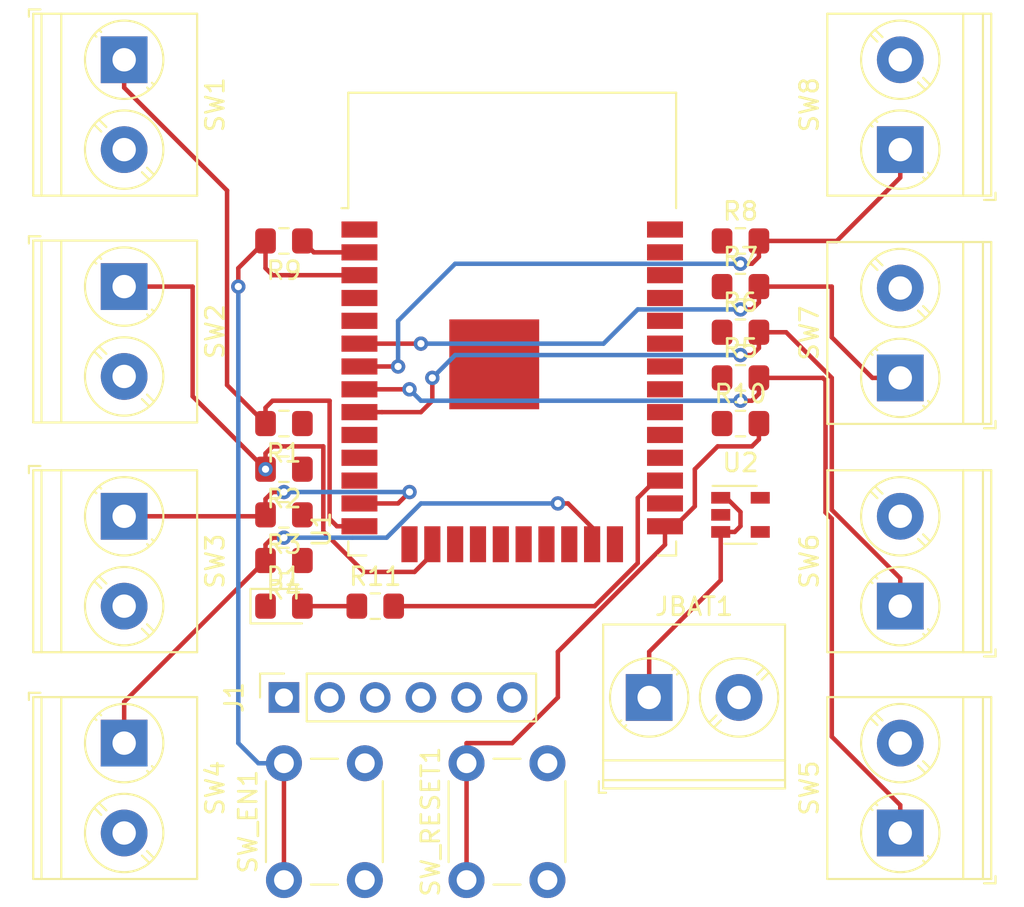
<source format=kicad_pcb>
(kicad_pcb (version 20171130) (host pcbnew 5.1.4-e60b266~84~ubuntu18.04.1)

  (general
    (thickness 1.6)
    (drawings 0)
    (tracks 146)
    (zones 0)
    (modules 26)
    (nets 43)
  )

  (page A4)
  (layers
    (0 F.Cu signal)
    (31 B.Cu signal)
    (33 F.Adhes user)
    (35 F.Paste user)
    (37 F.SilkS user)
    (39 F.Mask user)
    (40 Dwgs.User user)
    (41 Cmts.User user)
    (42 Eco1.User user)
    (43 Eco2.User user)
    (44 Edge.Cuts user)
    (45 Margin user)
    (46 B.CrtYd user)
    (47 F.CrtYd user)
    (49 F.Fab user)
  )

  (setup
    (last_trace_width 0.25)
    (trace_clearance 0.1)
    (zone_clearance 0.508)
    (zone_45_only no)
    (trace_min 0.2)
    (via_size 0.8)
    (via_drill 0.4)
    (via_min_size 0.4)
    (via_min_drill 0.3)
    (uvia_size 0.3)
    (uvia_drill 0.1)
    (uvias_allowed no)
    (uvia_min_size 0.2)
    (uvia_min_drill 0.1)
    (edge_width 0.1)
    (segment_width 0.2)
    (pcb_text_width 0.3)
    (pcb_text_size 1.5 1.5)
    (mod_edge_width 0.15)
    (mod_text_size 1 1)
    (mod_text_width 0.15)
    (pad_size 1.524 1.524)
    (pad_drill 0.762)
    (pad_to_mask_clearance 0)
    (aux_axis_origin 0 0)
    (visible_elements FFFFFF7F)
    (pcbplotparams
      (layerselection 0x010fc_ffffffff)
      (usegerberextensions false)
      (usegerberattributes false)
      (usegerberadvancedattributes false)
      (creategerberjobfile false)
      (excludeedgelayer true)
      (linewidth 0.100000)
      (plotframeref false)
      (viasonmask false)
      (mode 1)
      (useauxorigin false)
      (hpglpennumber 1)
      (hpglpenspeed 20)
      (hpglpendiameter 15.000000)
      (psnegative false)
      (psa4output false)
      (plotreference true)
      (plotvalue true)
      (plotinvisibletext false)
      (padsonsilk false)
      (subtractmaskfromsilk false)
      (outputformat 1)
      (mirror false)
      (drillshape 1)
      (scaleselection 1)
      (outputdirectory ""))
  )

  (net 0 "")
  (net 1 -BATT)
  (net 2 "Net-(D1-Pad2)")
  (net 3 "Net-(J1-Pad2)")
  (net 4 "Net-(J1-Pad3)")
  (net 5 TX_FTDI)
  (net 6 RX_FTDI)
  (net 7 "Net-(J1-Pad6)")
  (net 8 +BATT)
  (net 9 +3V3)
  (net 10 io_12)
  (net 11 io_13)
  (net 12 io_14)
  (net 13 io_15)
  (net 14 io_32)
  (net 15 io_33)
  (net 16 io_34)
  (net 17 io_35)
  (net 18 EN)
  (net 19 io_0)
  (net 20 io_16)
  (net 21 "Net-(U1-Pad4)")
  (net 22 "Net-(U1-Pad5)")
  (net 23 "Net-(U1-Pad10)")
  (net 24 "Net-(U1-Pad11)")
  (net 25 "Net-(U1-Pad12)")
  (net 26 "Net-(U1-Pad17)")
  (net 27 "Net-(U1-Pad18)")
  (net 28 "Net-(U1-Pad19)")
  (net 29 "Net-(U1-Pad20)")
  (net 30 "Net-(U1-Pad21)")
  (net 31 "Net-(U1-Pad22)")
  (net 32 "Net-(U1-Pad24)")
  (net 33 "Net-(U1-Pad26)")
  (net 34 "Net-(U1-Pad28)")
  (net 35 "Net-(U1-Pad29)")
  (net 36 "Net-(U1-Pad30)")
  (net 37 "Net-(U1-Pad31)")
  (net 38 "Net-(U1-Pad32)")
  (net 39 "Net-(U1-Pad33)")
  (net 40 "Net-(U1-Pad36)")
  (net 41 "Net-(U1-Pad37)")
  (net 42 "Net-(U2-Pad4)")

  (net_class Default "This is the default net class."
    (clearance 0.1)
    (trace_width 0.25)
    (via_dia 0.8)
    (via_drill 0.4)
    (uvia_dia 0.3)
    (uvia_drill 0.1)
    (add_net +3V3)
    (add_net +BATT)
    (add_net -BATT)
    (add_net EN)
    (add_net "Net-(D1-Pad2)")
    (add_net "Net-(J1-Pad2)")
    (add_net "Net-(J1-Pad3)")
    (add_net "Net-(J1-Pad6)")
    (add_net "Net-(U1-Pad10)")
    (add_net "Net-(U1-Pad11)")
    (add_net "Net-(U1-Pad12)")
    (add_net "Net-(U1-Pad17)")
    (add_net "Net-(U1-Pad18)")
    (add_net "Net-(U1-Pad19)")
    (add_net "Net-(U1-Pad20)")
    (add_net "Net-(U1-Pad21)")
    (add_net "Net-(U1-Pad22)")
    (add_net "Net-(U1-Pad24)")
    (add_net "Net-(U1-Pad26)")
    (add_net "Net-(U1-Pad28)")
    (add_net "Net-(U1-Pad29)")
    (add_net "Net-(U1-Pad30)")
    (add_net "Net-(U1-Pad31)")
    (add_net "Net-(U1-Pad32)")
    (add_net "Net-(U1-Pad33)")
    (add_net "Net-(U1-Pad36)")
    (add_net "Net-(U1-Pad37)")
    (add_net "Net-(U1-Pad4)")
    (add_net "Net-(U1-Pad5)")
    (add_net "Net-(U2-Pad4)")
    (add_net RX_FTDI)
    (add_net TX_FTDI)
    (add_net io_0)
    (add_net io_12)
    (add_net io_13)
    (add_net io_14)
    (add_net io_15)
    (add_net io_16)
    (add_net io_32)
    (add_net io_33)
    (add_net io_34)
    (add_net io_35)
  )

  (module Connector_PinSocket_2.54mm:PinSocket_1x06_P2.54mm_Vertical (layer F.Cu) (tedit 5A19A430) (tstamp 5DB9997F)
    (at 40.64 66.04 90)
    (descr "Through hole straight socket strip, 1x06, 2.54mm pitch, single row (from Kicad 4.0.7), script generated")
    (tags "Through hole socket strip THT 1x06 2.54mm single row")
    (path /5DB2E25E)
    (fp_text reference J1 (at 0 -2.77 90) (layer F.SilkS)
      (effects (font (size 1 1) (thickness 0.15)))
    )
    (fp_text value Conn_01x06 (at 0 15.47 90) (layer F.Fab)
      (effects (font (size 1 1) (thickness 0.15)))
    )
    (fp_line (start -1.27 -1.27) (end 0.635 -1.27) (layer F.Fab) (width 0.1))
    (fp_line (start 0.635 -1.27) (end 1.27 -0.635) (layer F.Fab) (width 0.1))
    (fp_line (start 1.27 -0.635) (end 1.27 13.97) (layer F.Fab) (width 0.1))
    (fp_line (start 1.27 13.97) (end -1.27 13.97) (layer F.Fab) (width 0.1))
    (fp_line (start -1.27 13.97) (end -1.27 -1.27) (layer F.Fab) (width 0.1))
    (fp_line (start -1.33 1.27) (end 1.33 1.27) (layer F.SilkS) (width 0.12))
    (fp_line (start -1.33 1.27) (end -1.33 14.03) (layer F.SilkS) (width 0.12))
    (fp_line (start -1.33 14.03) (end 1.33 14.03) (layer F.SilkS) (width 0.12))
    (fp_line (start 1.33 1.27) (end 1.33 14.03) (layer F.SilkS) (width 0.12))
    (fp_line (start 1.33 -1.33) (end 1.33 0) (layer F.SilkS) (width 0.12))
    (fp_line (start 0 -1.33) (end 1.33 -1.33) (layer F.SilkS) (width 0.12))
    (fp_line (start -1.8 -1.8) (end 1.75 -1.8) (layer F.CrtYd) (width 0.05))
    (fp_line (start 1.75 -1.8) (end 1.75 14.45) (layer F.CrtYd) (width 0.05))
    (fp_line (start 1.75 14.45) (end -1.8 14.45) (layer F.CrtYd) (width 0.05))
    (fp_line (start -1.8 14.45) (end -1.8 -1.8) (layer F.CrtYd) (width 0.05))
    (fp_text user %R (at 0 6.35) (layer F.Fab)
      (effects (font (size 1 1) (thickness 0.15)))
    )
    (pad 1 thru_hole rect (at 0 0 90) (size 1.7 1.7) (drill 1) (layers *.Cu *.Mask)
      (net 1 -BATT))
    (pad 2 thru_hole oval (at 0 2.54 90) (size 1.7 1.7) (drill 1) (layers *.Cu *.Mask)
      (net 3 "Net-(J1-Pad2)"))
    (pad 3 thru_hole oval (at 0 5.08 90) (size 1.7 1.7) (drill 1) (layers *.Cu *.Mask)
      (net 4 "Net-(J1-Pad3)"))
    (pad 4 thru_hole oval (at 0 7.62 90) (size 1.7 1.7) (drill 1) (layers *.Cu *.Mask)
      (net 5 TX_FTDI))
    (pad 5 thru_hole oval (at 0 10.16 90) (size 1.7 1.7) (drill 1) (layers *.Cu *.Mask)
      (net 6 RX_FTDI))
    (pad 6 thru_hole oval (at 0 12.7 90) (size 1.7 1.7) (drill 1) (layers *.Cu *.Mask)
      (net 7 "Net-(J1-Pad6)"))
    (model ${KISYS3DMOD}/Connector_PinSocket_2.54mm.3dshapes/PinSocket_1x06_P2.54mm_Vertical.wrl
      (at (xyz 0 0 0))
      (scale (xyz 1 1 1))
      (rotate (xyz 0 0 0))
    )
  )

  (module TerminalBlock_Phoenix:TerminalBlock_Phoenix_PT-1,5-2-5.0-H_1x02_P5.00mm_Horizontal (layer F.Cu) (tedit 5B294F69) (tstamp 5DB97AF8)
    (at 60.96 66.04)
    (descr "Terminal Block Phoenix PT-1,5-2-5.0-H, 2 pins, pitch 5mm, size 10x9mm^2, drill diamater 1.3mm, pad diameter 2.6mm, see http://www.mouser.com/ds/2/324/ItemDetail_1935161-922578.pdf, script-generated using https://github.com/pointhi/kicad-footprint-generator/scripts/TerminalBlock_Phoenix")
    (tags "THT Terminal Block Phoenix PT-1,5-2-5.0-H pitch 5mm size 10x9mm^2 drill 1.3mm pad 2.6mm")
    (path /5DC8C739)
    (fp_text reference JBAT1 (at 2.5 -5.06) (layer F.SilkS)
      (effects (font (size 1 1) (thickness 0.15)))
    )
    (fp_text value "Battery (Max 5.5V DC)" (at 2.5 6.06) (layer F.Fab)
      (effects (font (size 1 1) (thickness 0.15)))
    )
    (fp_circle (center 0 0) (end 2 0) (layer F.Fab) (width 0.1))
    (fp_circle (center 0 0) (end 2.18 0) (layer F.SilkS) (width 0.12))
    (fp_circle (center 5 0) (end 7 0) (layer F.Fab) (width 0.1))
    (fp_circle (center 5 0) (end 7.18 0) (layer F.SilkS) (width 0.12))
    (fp_line (start -2.5 -4) (end 7.5 -4) (layer F.Fab) (width 0.1))
    (fp_line (start 7.5 -4) (end 7.5 5) (layer F.Fab) (width 0.1))
    (fp_line (start 7.5 5) (end -2.1 5) (layer F.Fab) (width 0.1))
    (fp_line (start -2.1 5) (end -2.5 4.6) (layer F.Fab) (width 0.1))
    (fp_line (start -2.5 4.6) (end -2.5 -4) (layer F.Fab) (width 0.1))
    (fp_line (start -2.5 4.6) (end 7.5 4.6) (layer F.Fab) (width 0.1))
    (fp_line (start -2.56 4.6) (end 7.56 4.6) (layer F.SilkS) (width 0.12))
    (fp_line (start -2.5 3.5) (end 7.5 3.5) (layer F.Fab) (width 0.1))
    (fp_line (start -2.56 3.5) (end 7.56 3.5) (layer F.SilkS) (width 0.12))
    (fp_line (start -2.56 -4.06) (end 7.56 -4.06) (layer F.SilkS) (width 0.12))
    (fp_line (start -2.56 5.06) (end 7.56 5.06) (layer F.SilkS) (width 0.12))
    (fp_line (start -2.56 -4.06) (end -2.56 5.06) (layer F.SilkS) (width 0.12))
    (fp_line (start 7.56 -4.06) (end 7.56 5.06) (layer F.SilkS) (width 0.12))
    (fp_line (start 1.517 -1.273) (end -1.273 1.517) (layer F.Fab) (width 0.1))
    (fp_line (start 1.273 -1.517) (end -1.517 1.273) (layer F.Fab) (width 0.1))
    (fp_line (start 1.654 -1.388) (end 1.547 -1.281) (layer F.SilkS) (width 0.12))
    (fp_line (start -1.282 1.547) (end -1.388 1.654) (layer F.SilkS) (width 0.12))
    (fp_line (start 1.388 -1.654) (end 1.281 -1.547) (layer F.SilkS) (width 0.12))
    (fp_line (start -1.548 1.281) (end -1.654 1.388) (layer F.SilkS) (width 0.12))
    (fp_line (start 6.517 -1.273) (end 3.728 1.517) (layer F.Fab) (width 0.1))
    (fp_line (start 6.273 -1.517) (end 3.484 1.273) (layer F.Fab) (width 0.1))
    (fp_line (start 6.654 -1.388) (end 6.259 -0.992) (layer F.SilkS) (width 0.12))
    (fp_line (start 3.993 1.274) (end 3.613 1.654) (layer F.SilkS) (width 0.12))
    (fp_line (start 6.388 -1.654) (end 6.008 -1.274) (layer F.SilkS) (width 0.12))
    (fp_line (start 3.742 0.992) (end 3.347 1.388) (layer F.SilkS) (width 0.12))
    (fp_line (start -2.8 4.66) (end -2.8 5.3) (layer F.SilkS) (width 0.12))
    (fp_line (start -2.8 5.3) (end -2.4 5.3) (layer F.SilkS) (width 0.12))
    (fp_line (start -3 -4.5) (end -3 5.5) (layer F.CrtYd) (width 0.05))
    (fp_line (start -3 5.5) (end 8 5.5) (layer F.CrtYd) (width 0.05))
    (fp_line (start 8 5.5) (end 8 -4.5) (layer F.CrtYd) (width 0.05))
    (fp_line (start 8 -4.5) (end -3 -4.5) (layer F.CrtYd) (width 0.05))
    (fp_text user %R (at 2.5 2.9) (layer F.Fab)
      (effects (font (size 1 1) (thickness 0.15)))
    )
    (pad 1 thru_hole rect (at 0 0) (size 2.6 2.6) (drill 1.3) (layers *.Cu *.Mask)
      (net 8 +BATT))
    (pad 2 thru_hole circle (at 5 0) (size 2.6 2.6) (drill 1.3) (layers *.Cu *.Mask)
      (net 1 -BATT))
    (model ${KISYS3DMOD}/TerminalBlock_Phoenix.3dshapes/TerminalBlock_Phoenix_PT-1,5-2-5.0-H_1x02_P5.00mm_Horizontal.wrl
      (at (xyz 0 0 0))
      (scale (xyz 1 1 1))
      (rotate (xyz 0 0 0))
    )
  )

  (module Resistor_SMD:R_0805_2012Metric_Pad1.15x1.40mm_HandSolder (layer F.Cu) (tedit 5B36C52B) (tstamp 5DB97B09)
    (at 40.64 50.8 180)
    (descr "Resistor SMD 0805 (2012 Metric), square (rectangular) end terminal, IPC_7351 nominal with elongated pad for handsoldering. (Body size source: https://docs.google.com/spreadsheets/d/1BsfQQcO9C6DZCsRaXUlFlo91Tg2WpOkGARC1WS5S8t0/edit?usp=sharing), generated with kicad-footprint-generator")
    (tags "resistor handsolder")
    (path /5DBA7655)
    (attr smd)
    (fp_text reference R1 (at 0 -1.65) (layer F.SilkS)
      (effects (font (size 1 1) (thickness 0.15)))
    )
    (fp_text value 10k (at 0 1.65) (layer F.Fab)
      (effects (font (size 1 1) (thickness 0.15)))
    )
    (fp_line (start -1 0.6) (end -1 -0.6) (layer F.Fab) (width 0.1))
    (fp_line (start -1 -0.6) (end 1 -0.6) (layer F.Fab) (width 0.1))
    (fp_line (start 1 -0.6) (end 1 0.6) (layer F.Fab) (width 0.1))
    (fp_line (start 1 0.6) (end -1 0.6) (layer F.Fab) (width 0.1))
    (fp_line (start -0.261252 -0.71) (end 0.261252 -0.71) (layer F.SilkS) (width 0.12))
    (fp_line (start -0.261252 0.71) (end 0.261252 0.71) (layer F.SilkS) (width 0.12))
    (fp_line (start -1.85 0.95) (end -1.85 -0.95) (layer F.CrtYd) (width 0.05))
    (fp_line (start -1.85 -0.95) (end 1.85 -0.95) (layer F.CrtYd) (width 0.05))
    (fp_line (start 1.85 -0.95) (end 1.85 0.95) (layer F.CrtYd) (width 0.05))
    (fp_line (start 1.85 0.95) (end -1.85 0.95) (layer F.CrtYd) (width 0.05))
    (fp_text user %R (at 0 0) (layer F.Fab)
      (effects (font (size 0.5 0.5) (thickness 0.08)))
    )
    (pad 1 smd roundrect (at -1.025 0 180) (size 1.15 1.4) (layers F.Cu F.Paste F.Mask) (roundrect_rratio 0.217391)
      (net 9 +3V3))
    (pad 2 smd roundrect (at 1.025 0 180) (size 1.15 1.4) (layers F.Cu F.Paste F.Mask) (roundrect_rratio 0.217391)
      (net 10 io_12))
    (model ${KISYS3DMOD}/Resistor_SMD.3dshapes/R_0805_2012Metric.wrl
      (at (xyz 0 0 0))
      (scale (xyz 1 1 1))
      (rotate (xyz 0 0 0))
    )
  )

  (module Resistor_SMD:R_0805_2012Metric_Pad1.15x1.40mm_HandSolder (layer F.Cu) (tedit 5B36C52B) (tstamp 5DB97B1A)
    (at 40.64 53.34 180)
    (descr "Resistor SMD 0805 (2012 Metric), square (rectangular) end terminal, IPC_7351 nominal with elongated pad for handsoldering. (Body size source: https://docs.google.com/spreadsheets/d/1BsfQQcO9C6DZCsRaXUlFlo91Tg2WpOkGARC1WS5S8t0/edit?usp=sharing), generated with kicad-footprint-generator")
    (tags "resistor handsolder")
    (path /5DBAC966)
    (attr smd)
    (fp_text reference R2 (at 0 -1.65) (layer F.SilkS)
      (effects (font (size 1 1) (thickness 0.15)))
    )
    (fp_text value 10k (at 0 1.65) (layer F.Fab)
      (effects (font (size 1 1) (thickness 0.15)))
    )
    (fp_text user %R (at 0 0) (layer F.Fab)
      (effects (font (size 0.5 0.5) (thickness 0.08)))
    )
    (fp_line (start 1.85 0.95) (end -1.85 0.95) (layer F.CrtYd) (width 0.05))
    (fp_line (start 1.85 -0.95) (end 1.85 0.95) (layer F.CrtYd) (width 0.05))
    (fp_line (start -1.85 -0.95) (end 1.85 -0.95) (layer F.CrtYd) (width 0.05))
    (fp_line (start -1.85 0.95) (end -1.85 -0.95) (layer F.CrtYd) (width 0.05))
    (fp_line (start -0.261252 0.71) (end 0.261252 0.71) (layer F.SilkS) (width 0.12))
    (fp_line (start -0.261252 -0.71) (end 0.261252 -0.71) (layer F.SilkS) (width 0.12))
    (fp_line (start 1 0.6) (end -1 0.6) (layer F.Fab) (width 0.1))
    (fp_line (start 1 -0.6) (end 1 0.6) (layer F.Fab) (width 0.1))
    (fp_line (start -1 -0.6) (end 1 -0.6) (layer F.Fab) (width 0.1))
    (fp_line (start -1 0.6) (end -1 -0.6) (layer F.Fab) (width 0.1))
    (pad 2 smd roundrect (at 1.025 0 180) (size 1.15 1.4) (layers F.Cu F.Paste F.Mask) (roundrect_rratio 0.217391)
      (net 11 io_13))
    (pad 1 smd roundrect (at -1.025 0 180) (size 1.15 1.4) (layers F.Cu F.Paste F.Mask) (roundrect_rratio 0.217391)
      (net 9 +3V3))
    (model ${KISYS3DMOD}/Resistor_SMD.3dshapes/R_0805_2012Metric.wrl
      (at (xyz 0 0 0))
      (scale (xyz 1 1 1))
      (rotate (xyz 0 0 0))
    )
  )

  (module Resistor_SMD:R_0805_2012Metric_Pad1.15x1.40mm_HandSolder (layer F.Cu) (tedit 5B36C52B) (tstamp 5DB97B2B)
    (at 40.64 55.88 180)
    (descr "Resistor SMD 0805 (2012 Metric), square (rectangular) end terminal, IPC_7351 nominal with elongated pad for handsoldering. (Body size source: https://docs.google.com/spreadsheets/d/1BsfQQcO9C6DZCsRaXUlFlo91Tg2WpOkGARC1WS5S8t0/edit?usp=sharing), generated with kicad-footprint-generator")
    (tags "resistor handsolder")
    (path /5DBAEFF9)
    (attr smd)
    (fp_text reference R3 (at 0 -1.65) (layer F.SilkS)
      (effects (font (size 1 1) (thickness 0.15)))
    )
    (fp_text value 10k (at 0 1.65) (layer F.Fab)
      (effects (font (size 1 1) (thickness 0.15)))
    )
    (fp_line (start -1 0.6) (end -1 -0.6) (layer F.Fab) (width 0.1))
    (fp_line (start -1 -0.6) (end 1 -0.6) (layer F.Fab) (width 0.1))
    (fp_line (start 1 -0.6) (end 1 0.6) (layer F.Fab) (width 0.1))
    (fp_line (start 1 0.6) (end -1 0.6) (layer F.Fab) (width 0.1))
    (fp_line (start -0.261252 -0.71) (end 0.261252 -0.71) (layer F.SilkS) (width 0.12))
    (fp_line (start -0.261252 0.71) (end 0.261252 0.71) (layer F.SilkS) (width 0.12))
    (fp_line (start -1.85 0.95) (end -1.85 -0.95) (layer F.CrtYd) (width 0.05))
    (fp_line (start -1.85 -0.95) (end 1.85 -0.95) (layer F.CrtYd) (width 0.05))
    (fp_line (start 1.85 -0.95) (end 1.85 0.95) (layer F.CrtYd) (width 0.05))
    (fp_line (start 1.85 0.95) (end -1.85 0.95) (layer F.CrtYd) (width 0.05))
    (fp_text user %R (at 0 0) (layer F.Fab)
      (effects (font (size 0.5 0.5) (thickness 0.08)))
    )
    (pad 1 smd roundrect (at -1.025 0 180) (size 1.15 1.4) (layers F.Cu F.Paste F.Mask) (roundrect_rratio 0.217391)
      (net 9 +3V3))
    (pad 2 smd roundrect (at 1.025 0 180) (size 1.15 1.4) (layers F.Cu F.Paste F.Mask) (roundrect_rratio 0.217391)
      (net 12 io_14))
    (model ${KISYS3DMOD}/Resistor_SMD.3dshapes/R_0805_2012Metric.wrl
      (at (xyz 0 0 0))
      (scale (xyz 1 1 1))
      (rotate (xyz 0 0 0))
    )
  )

  (module Resistor_SMD:R_0805_2012Metric_Pad1.15x1.40mm_HandSolder (layer F.Cu) (tedit 5B36C52B) (tstamp 5DB97B3C)
    (at 40.64 58.42 180)
    (descr "Resistor SMD 0805 (2012 Metric), square (rectangular) end terminal, IPC_7351 nominal with elongated pad for handsoldering. (Body size source: https://docs.google.com/spreadsheets/d/1BsfQQcO9C6DZCsRaXUlFlo91Tg2WpOkGARC1WS5S8t0/edit?usp=sharing), generated with kicad-footprint-generator")
    (tags "resistor handsolder")
    (path /5DBB053F)
    (attr smd)
    (fp_text reference R4 (at 0 -1.65) (layer F.SilkS)
      (effects (font (size 1 1) (thickness 0.15)))
    )
    (fp_text value 10k (at 0 1.65) (layer F.Fab)
      (effects (font (size 1 1) (thickness 0.15)))
    )
    (fp_text user %R (at 0 0) (layer F.Fab)
      (effects (font (size 0.5 0.5) (thickness 0.08)))
    )
    (fp_line (start 1.85 0.95) (end -1.85 0.95) (layer F.CrtYd) (width 0.05))
    (fp_line (start 1.85 -0.95) (end 1.85 0.95) (layer F.CrtYd) (width 0.05))
    (fp_line (start -1.85 -0.95) (end 1.85 -0.95) (layer F.CrtYd) (width 0.05))
    (fp_line (start -1.85 0.95) (end -1.85 -0.95) (layer F.CrtYd) (width 0.05))
    (fp_line (start -0.261252 0.71) (end 0.261252 0.71) (layer F.SilkS) (width 0.12))
    (fp_line (start -0.261252 -0.71) (end 0.261252 -0.71) (layer F.SilkS) (width 0.12))
    (fp_line (start 1 0.6) (end -1 0.6) (layer F.Fab) (width 0.1))
    (fp_line (start 1 -0.6) (end 1 0.6) (layer F.Fab) (width 0.1))
    (fp_line (start -1 -0.6) (end 1 -0.6) (layer F.Fab) (width 0.1))
    (fp_line (start -1 0.6) (end -1 -0.6) (layer F.Fab) (width 0.1))
    (pad 2 smd roundrect (at 1.025 0 180) (size 1.15 1.4) (layers F.Cu F.Paste F.Mask) (roundrect_rratio 0.217391)
      (net 13 io_15))
    (pad 1 smd roundrect (at -1.025 0 180) (size 1.15 1.4) (layers F.Cu F.Paste F.Mask) (roundrect_rratio 0.217391)
      (net 9 +3V3))
    (model ${KISYS3DMOD}/Resistor_SMD.3dshapes/R_0805_2012Metric.wrl
      (at (xyz 0 0 0))
      (scale (xyz 1 1 1))
      (rotate (xyz 0 0 0))
    )
  )

  (module Resistor_SMD:R_0805_2012Metric_Pad1.15x1.40mm_HandSolder (layer F.Cu) (tedit 5B36C52B) (tstamp 5DB99F87)
    (at 66.04 48.26)
    (descr "Resistor SMD 0805 (2012 Metric), square (rectangular) end terminal, IPC_7351 nominal with elongated pad for handsoldering. (Body size source: https://docs.google.com/spreadsheets/d/1BsfQQcO9C6DZCsRaXUlFlo91Tg2WpOkGARC1WS5S8t0/edit?usp=sharing), generated with kicad-footprint-generator")
    (tags "resistor handsolder")
    (path /5DBB1ED7)
    (attr smd)
    (fp_text reference R5 (at 0 -1.65) (layer F.SilkS)
      (effects (font (size 1 1) (thickness 0.15)))
    )
    (fp_text value 10k (at 0 1.65) (layer F.Fab)
      (effects (font (size 1 1) (thickness 0.15)))
    )
    (fp_line (start -1 0.6) (end -1 -0.6) (layer F.Fab) (width 0.1))
    (fp_line (start -1 -0.6) (end 1 -0.6) (layer F.Fab) (width 0.1))
    (fp_line (start 1 -0.6) (end 1 0.6) (layer F.Fab) (width 0.1))
    (fp_line (start 1 0.6) (end -1 0.6) (layer F.Fab) (width 0.1))
    (fp_line (start -0.261252 -0.71) (end 0.261252 -0.71) (layer F.SilkS) (width 0.12))
    (fp_line (start -0.261252 0.71) (end 0.261252 0.71) (layer F.SilkS) (width 0.12))
    (fp_line (start -1.85 0.95) (end -1.85 -0.95) (layer F.CrtYd) (width 0.05))
    (fp_line (start -1.85 -0.95) (end 1.85 -0.95) (layer F.CrtYd) (width 0.05))
    (fp_line (start 1.85 -0.95) (end 1.85 0.95) (layer F.CrtYd) (width 0.05))
    (fp_line (start 1.85 0.95) (end -1.85 0.95) (layer F.CrtYd) (width 0.05))
    (fp_text user %R (at 0 0) (layer F.Fab)
      (effects (font (size 0.5 0.5) (thickness 0.08)))
    )
    (pad 1 smd roundrect (at -1.025 0) (size 1.15 1.4) (layers F.Cu F.Paste F.Mask) (roundrect_rratio 0.217391)
      (net 9 +3V3))
    (pad 2 smd roundrect (at 1.025 0) (size 1.15 1.4) (layers F.Cu F.Paste F.Mask) (roundrect_rratio 0.217391)
      (net 14 io_32))
    (model ${KISYS3DMOD}/Resistor_SMD.3dshapes/R_0805_2012Metric.wrl
      (at (xyz 0 0 0))
      (scale (xyz 1 1 1))
      (rotate (xyz 0 0 0))
    )
  )

  (module Resistor_SMD:R_0805_2012Metric_Pad1.15x1.40mm_HandSolder (layer F.Cu) (tedit 5B36C52B) (tstamp 5DB97B5E)
    (at 66.04 45.72)
    (descr "Resistor SMD 0805 (2012 Metric), square (rectangular) end terminal, IPC_7351 nominal with elongated pad for handsoldering. (Body size source: https://docs.google.com/spreadsheets/d/1BsfQQcO9C6DZCsRaXUlFlo91Tg2WpOkGARC1WS5S8t0/edit?usp=sharing), generated with kicad-footprint-generator")
    (tags "resistor handsolder")
    (path /5DBB376D)
    (attr smd)
    (fp_text reference R6 (at 0 -1.65) (layer F.SilkS)
      (effects (font (size 1 1) (thickness 0.15)))
    )
    (fp_text value 10k (at 0 1.65) (layer F.Fab)
      (effects (font (size 1 1) (thickness 0.15)))
    )
    (fp_line (start -1 0.6) (end -1 -0.6) (layer F.Fab) (width 0.1))
    (fp_line (start -1 -0.6) (end 1 -0.6) (layer F.Fab) (width 0.1))
    (fp_line (start 1 -0.6) (end 1 0.6) (layer F.Fab) (width 0.1))
    (fp_line (start 1 0.6) (end -1 0.6) (layer F.Fab) (width 0.1))
    (fp_line (start -0.261252 -0.71) (end 0.261252 -0.71) (layer F.SilkS) (width 0.12))
    (fp_line (start -0.261252 0.71) (end 0.261252 0.71) (layer F.SilkS) (width 0.12))
    (fp_line (start -1.85 0.95) (end -1.85 -0.95) (layer F.CrtYd) (width 0.05))
    (fp_line (start -1.85 -0.95) (end 1.85 -0.95) (layer F.CrtYd) (width 0.05))
    (fp_line (start 1.85 -0.95) (end 1.85 0.95) (layer F.CrtYd) (width 0.05))
    (fp_line (start 1.85 0.95) (end -1.85 0.95) (layer F.CrtYd) (width 0.05))
    (fp_text user %R (at 0 0) (layer F.Fab)
      (effects (font (size 0.5 0.5) (thickness 0.08)))
    )
    (pad 1 smd roundrect (at -1.025 0) (size 1.15 1.4) (layers F.Cu F.Paste F.Mask) (roundrect_rratio 0.217391)
      (net 9 +3V3))
    (pad 2 smd roundrect (at 1.025 0) (size 1.15 1.4) (layers F.Cu F.Paste F.Mask) (roundrect_rratio 0.217391)
      (net 15 io_33))
    (model ${KISYS3DMOD}/Resistor_SMD.3dshapes/R_0805_2012Metric.wrl
      (at (xyz 0 0 0))
      (scale (xyz 1 1 1))
      (rotate (xyz 0 0 0))
    )
  )

  (module Resistor_SMD:R_0805_2012Metric_Pad1.15x1.40mm_HandSolder (layer F.Cu) (tedit 5B36C52B) (tstamp 5DB97B6F)
    (at 66.04 43.18)
    (descr "Resistor SMD 0805 (2012 Metric), square (rectangular) end terminal, IPC_7351 nominal with elongated pad for handsoldering. (Body size source: https://docs.google.com/spreadsheets/d/1BsfQQcO9C6DZCsRaXUlFlo91Tg2WpOkGARC1WS5S8t0/edit?usp=sharing), generated with kicad-footprint-generator")
    (tags "resistor handsolder")
    (path /5DBB6B6E)
    (attr smd)
    (fp_text reference R7 (at 0 -1.65) (layer F.SilkS)
      (effects (font (size 1 1) (thickness 0.15)))
    )
    (fp_text value 10k (at 0 1.65) (layer F.Fab)
      (effects (font (size 1 1) (thickness 0.15)))
    )
    (fp_text user %R (at 0 0) (layer F.Fab)
      (effects (font (size 0.5 0.5) (thickness 0.08)))
    )
    (fp_line (start 1.85 0.95) (end -1.85 0.95) (layer F.CrtYd) (width 0.05))
    (fp_line (start 1.85 -0.95) (end 1.85 0.95) (layer F.CrtYd) (width 0.05))
    (fp_line (start -1.85 -0.95) (end 1.85 -0.95) (layer F.CrtYd) (width 0.05))
    (fp_line (start -1.85 0.95) (end -1.85 -0.95) (layer F.CrtYd) (width 0.05))
    (fp_line (start -0.261252 0.71) (end 0.261252 0.71) (layer F.SilkS) (width 0.12))
    (fp_line (start -0.261252 -0.71) (end 0.261252 -0.71) (layer F.SilkS) (width 0.12))
    (fp_line (start 1 0.6) (end -1 0.6) (layer F.Fab) (width 0.1))
    (fp_line (start 1 -0.6) (end 1 0.6) (layer F.Fab) (width 0.1))
    (fp_line (start -1 -0.6) (end 1 -0.6) (layer F.Fab) (width 0.1))
    (fp_line (start -1 0.6) (end -1 -0.6) (layer F.Fab) (width 0.1))
    (pad 2 smd roundrect (at 1.025 0) (size 1.15 1.4) (layers F.Cu F.Paste F.Mask) (roundrect_rratio 0.217391)
      (net 16 io_34))
    (pad 1 smd roundrect (at -1.025 0) (size 1.15 1.4) (layers F.Cu F.Paste F.Mask) (roundrect_rratio 0.217391)
      (net 9 +3V3))
    (model ${KISYS3DMOD}/Resistor_SMD.3dshapes/R_0805_2012Metric.wrl
      (at (xyz 0 0 0))
      (scale (xyz 1 1 1))
      (rotate (xyz 0 0 0))
    )
  )

  (module Resistor_SMD:R_0805_2012Metric_Pad1.15x1.40mm_HandSolder (layer F.Cu) (tedit 5B36C52B) (tstamp 5DB97B80)
    (at 66.04 40.64)
    (descr "Resistor SMD 0805 (2012 Metric), square (rectangular) end terminal, IPC_7351 nominal with elongated pad for handsoldering. (Body size source: https://docs.google.com/spreadsheets/d/1BsfQQcO9C6DZCsRaXUlFlo91Tg2WpOkGARC1WS5S8t0/edit?usp=sharing), generated with kicad-footprint-generator")
    (tags "resistor handsolder")
    (path /5DBB88E5)
    (attr smd)
    (fp_text reference R8 (at 0 -1.65) (layer F.SilkS)
      (effects (font (size 1 1) (thickness 0.15)))
    )
    (fp_text value 10k (at 0 1.65) (layer F.Fab)
      (effects (font (size 1 1) (thickness 0.15)))
    )
    (fp_line (start -1 0.6) (end -1 -0.6) (layer F.Fab) (width 0.1))
    (fp_line (start -1 -0.6) (end 1 -0.6) (layer F.Fab) (width 0.1))
    (fp_line (start 1 -0.6) (end 1 0.6) (layer F.Fab) (width 0.1))
    (fp_line (start 1 0.6) (end -1 0.6) (layer F.Fab) (width 0.1))
    (fp_line (start -0.261252 -0.71) (end 0.261252 -0.71) (layer F.SilkS) (width 0.12))
    (fp_line (start -0.261252 0.71) (end 0.261252 0.71) (layer F.SilkS) (width 0.12))
    (fp_line (start -1.85 0.95) (end -1.85 -0.95) (layer F.CrtYd) (width 0.05))
    (fp_line (start -1.85 -0.95) (end 1.85 -0.95) (layer F.CrtYd) (width 0.05))
    (fp_line (start 1.85 -0.95) (end 1.85 0.95) (layer F.CrtYd) (width 0.05))
    (fp_line (start 1.85 0.95) (end -1.85 0.95) (layer F.CrtYd) (width 0.05))
    (fp_text user %R (at 0 0) (layer F.Fab)
      (effects (font (size 0.5 0.5) (thickness 0.08)))
    )
    (pad 1 smd roundrect (at -1.025 0) (size 1.15 1.4) (layers F.Cu F.Paste F.Mask) (roundrect_rratio 0.217391)
      (net 9 +3V3))
    (pad 2 smd roundrect (at 1.025 0) (size 1.15 1.4) (layers F.Cu F.Paste F.Mask) (roundrect_rratio 0.217391)
      (net 17 io_35))
    (model ${KISYS3DMOD}/Resistor_SMD.3dshapes/R_0805_2012Metric.wrl
      (at (xyz 0 0 0))
      (scale (xyz 1 1 1))
      (rotate (xyz 0 0 0))
    )
  )

  (module Resistor_SMD:R_0805_2012Metric_Pad1.15x1.40mm_HandSolder (layer F.Cu) (tedit 5B36C52B) (tstamp 5DB97B91)
    (at 40.64 40.64 180)
    (descr "Resistor SMD 0805 (2012 Metric), square (rectangular) end terminal, IPC_7351 nominal with elongated pad for handsoldering. (Body size source: https://docs.google.com/spreadsheets/d/1BsfQQcO9C6DZCsRaXUlFlo91Tg2WpOkGARC1WS5S8t0/edit?usp=sharing), generated with kicad-footprint-generator")
    (tags "resistor handsolder")
    (path /5DBC4F5E)
    (attr smd)
    (fp_text reference R9 (at 0 -1.65) (layer F.SilkS)
      (effects (font (size 1 1) (thickness 0.15)))
    )
    (fp_text value 10k (at 0 1.65) (layer F.Fab)
      (effects (font (size 1 1) (thickness 0.15)))
    )
    (fp_text user %R (at 0 0) (layer F.Fab)
      (effects (font (size 0.5 0.5) (thickness 0.08)))
    )
    (fp_line (start 1.85 0.95) (end -1.85 0.95) (layer F.CrtYd) (width 0.05))
    (fp_line (start 1.85 -0.95) (end 1.85 0.95) (layer F.CrtYd) (width 0.05))
    (fp_line (start -1.85 -0.95) (end 1.85 -0.95) (layer F.CrtYd) (width 0.05))
    (fp_line (start -1.85 0.95) (end -1.85 -0.95) (layer F.CrtYd) (width 0.05))
    (fp_line (start -0.261252 0.71) (end 0.261252 0.71) (layer F.SilkS) (width 0.12))
    (fp_line (start -0.261252 -0.71) (end 0.261252 -0.71) (layer F.SilkS) (width 0.12))
    (fp_line (start 1 0.6) (end -1 0.6) (layer F.Fab) (width 0.1))
    (fp_line (start 1 -0.6) (end 1 0.6) (layer F.Fab) (width 0.1))
    (fp_line (start -1 -0.6) (end 1 -0.6) (layer F.Fab) (width 0.1))
    (fp_line (start -1 0.6) (end -1 -0.6) (layer F.Fab) (width 0.1))
    (pad 2 smd roundrect (at 1.025 0 180) (size 1.15 1.4) (layers F.Cu F.Paste F.Mask) (roundrect_rratio 0.217391)
      (net 18 EN))
    (pad 1 smd roundrect (at -1.025 0 180) (size 1.15 1.4) (layers F.Cu F.Paste F.Mask) (roundrect_rratio 0.217391)
      (net 9 +3V3))
    (model ${KISYS3DMOD}/Resistor_SMD.3dshapes/R_0805_2012Metric.wrl
      (at (xyz 0 0 0))
      (scale (xyz 1 1 1))
      (rotate (xyz 0 0 0))
    )
  )

  (module Resistor_SMD:R_0805_2012Metric_Pad1.15x1.40mm_HandSolder (layer F.Cu) (tedit 5B36C52B) (tstamp 5DB97BA2)
    (at 66.04 50.8)
    (descr "Resistor SMD 0805 (2012 Metric), square (rectangular) end terminal, IPC_7351 nominal with elongated pad for handsoldering. (Body size source: https://docs.google.com/spreadsheets/d/1BsfQQcO9C6DZCsRaXUlFlo91Tg2WpOkGARC1WS5S8t0/edit?usp=sharing), generated with kicad-footprint-generator")
    (tags "resistor handsolder")
    (path /5DBD04B7)
    (attr smd)
    (fp_text reference R10 (at 0 -1.65) (layer F.SilkS)
      (effects (font (size 1 1) (thickness 0.15)))
    )
    (fp_text value 10k (at 0 1.65) (layer F.Fab)
      (effects (font (size 1 1) (thickness 0.15)))
    )
    (fp_line (start -1 0.6) (end -1 -0.6) (layer F.Fab) (width 0.1))
    (fp_line (start -1 -0.6) (end 1 -0.6) (layer F.Fab) (width 0.1))
    (fp_line (start 1 -0.6) (end 1 0.6) (layer F.Fab) (width 0.1))
    (fp_line (start 1 0.6) (end -1 0.6) (layer F.Fab) (width 0.1))
    (fp_line (start -0.261252 -0.71) (end 0.261252 -0.71) (layer F.SilkS) (width 0.12))
    (fp_line (start -0.261252 0.71) (end 0.261252 0.71) (layer F.SilkS) (width 0.12))
    (fp_line (start -1.85 0.95) (end -1.85 -0.95) (layer F.CrtYd) (width 0.05))
    (fp_line (start -1.85 -0.95) (end 1.85 -0.95) (layer F.CrtYd) (width 0.05))
    (fp_line (start 1.85 -0.95) (end 1.85 0.95) (layer F.CrtYd) (width 0.05))
    (fp_line (start 1.85 0.95) (end -1.85 0.95) (layer F.CrtYd) (width 0.05))
    (fp_text user %R (at 0 0) (layer F.Fab)
      (effects (font (size 0.5 0.5) (thickness 0.08)))
    )
    (pad 1 smd roundrect (at -1.025 0) (size 1.15 1.4) (layers F.Cu F.Paste F.Mask) (roundrect_rratio 0.217391)
      (net 9 +3V3))
    (pad 2 smd roundrect (at 1.025 0) (size 1.15 1.4) (layers F.Cu F.Paste F.Mask) (roundrect_rratio 0.217391)
      (net 19 io_0))
    (model ${KISYS3DMOD}/Resistor_SMD.3dshapes/R_0805_2012Metric.wrl
      (at (xyz 0 0 0))
      (scale (xyz 1 1 1))
      (rotate (xyz 0 0 0))
    )
  )

  (module Resistor_SMD:R_0805_2012Metric_Pad1.15x1.40mm_HandSolder (layer F.Cu) (tedit 5B36C52B) (tstamp 5DB99BE0)
    (at 45.72 60.96)
    (descr "Resistor SMD 0805 (2012 Metric), square (rectangular) end terminal, IPC_7351 nominal with elongated pad for handsoldering. (Body size source: https://docs.google.com/spreadsheets/d/1BsfQQcO9C6DZCsRaXUlFlo91Tg2WpOkGARC1WS5S8t0/edit?usp=sharing), generated with kicad-footprint-generator")
    (tags "resistor handsolder")
    (path /5DC07920)
    (attr smd)
    (fp_text reference R11 (at 0 -1.65) (layer F.SilkS)
      (effects (font (size 1 1) (thickness 0.15)))
    )
    (fp_text value 330 (at 0 1.65) (layer F.Fab)
      (effects (font (size 1 1) (thickness 0.15)))
    )
    (fp_text user %R (at 0 0) (layer F.Fab)
      (effects (font (size 0.5 0.5) (thickness 0.08)))
    )
    (fp_line (start 1.85 0.95) (end -1.85 0.95) (layer F.CrtYd) (width 0.05))
    (fp_line (start 1.85 -0.95) (end 1.85 0.95) (layer F.CrtYd) (width 0.05))
    (fp_line (start -1.85 -0.95) (end 1.85 -0.95) (layer F.CrtYd) (width 0.05))
    (fp_line (start -1.85 0.95) (end -1.85 -0.95) (layer F.CrtYd) (width 0.05))
    (fp_line (start -0.261252 0.71) (end 0.261252 0.71) (layer F.SilkS) (width 0.12))
    (fp_line (start -0.261252 -0.71) (end 0.261252 -0.71) (layer F.SilkS) (width 0.12))
    (fp_line (start 1 0.6) (end -1 0.6) (layer F.Fab) (width 0.1))
    (fp_line (start 1 -0.6) (end 1 0.6) (layer F.Fab) (width 0.1))
    (fp_line (start -1 -0.6) (end 1 -0.6) (layer F.Fab) (width 0.1))
    (fp_line (start -1 0.6) (end -1 -0.6) (layer F.Fab) (width 0.1))
    (pad 2 smd roundrect (at 1.025 0) (size 1.15 1.4) (layers F.Cu F.Paste F.Mask) (roundrect_rratio 0.217391)
      (net 20 io_16))
    (pad 1 smd roundrect (at -1.025 0) (size 1.15 1.4) (layers F.Cu F.Paste F.Mask) (roundrect_rratio 0.217391)
      (net 2 "Net-(D1-Pad2)"))
    (model ${KISYS3DMOD}/Resistor_SMD.3dshapes/R_0805_2012Metric.wrl
      (at (xyz 0 0 0))
      (scale (xyz 1 1 1))
      (rotate (xyz 0 0 0))
    )
  )

  (module TerminalBlock_Phoenix:TerminalBlock_Phoenix_PT-1,5-2-5.0-H_1x02_P5.00mm_Horizontal (layer F.Cu) (tedit 5B294F69) (tstamp 5DB97BDD)
    (at 31.75 30.56 270)
    (descr "Terminal Block Phoenix PT-1,5-2-5.0-H, 2 pins, pitch 5mm, size 10x9mm^2, drill diamater 1.3mm, pad diameter 2.6mm, see http://www.mouser.com/ds/2/324/ItemDetail_1935161-922578.pdf, script-generated using https://github.com/pointhi/kicad-footprint-generator/scripts/TerminalBlock_Phoenix")
    (tags "THT Terminal Block Phoenix PT-1,5-2-5.0-H pitch 5mm size 10x9mm^2 drill 1.3mm pad 2.6mm")
    (path /5DBA8E8A)
    (fp_text reference SW1 (at 2.5 -5.06 90) (layer F.SilkS)
      (effects (font (size 1 1) (thickness 0.15)))
    )
    (fp_text value SW_IO12 (at 2.5 6.06 90) (layer F.Fab)
      (effects (font (size 1 1) (thickness 0.15)))
    )
    (fp_circle (center 0 0) (end 2 0) (layer F.Fab) (width 0.1))
    (fp_circle (center 0 0) (end 2.18 0) (layer F.SilkS) (width 0.12))
    (fp_circle (center 5 0) (end 7 0) (layer F.Fab) (width 0.1))
    (fp_circle (center 5 0) (end 7.18 0) (layer F.SilkS) (width 0.12))
    (fp_line (start -2.5 -4) (end 7.5 -4) (layer F.Fab) (width 0.1))
    (fp_line (start 7.5 -4) (end 7.5 5) (layer F.Fab) (width 0.1))
    (fp_line (start 7.5 5) (end -2.1 5) (layer F.Fab) (width 0.1))
    (fp_line (start -2.1 5) (end -2.5 4.6) (layer F.Fab) (width 0.1))
    (fp_line (start -2.5 4.6) (end -2.5 -4) (layer F.Fab) (width 0.1))
    (fp_line (start -2.5 4.6) (end 7.5 4.6) (layer F.Fab) (width 0.1))
    (fp_line (start -2.56 4.6) (end 7.56 4.6) (layer F.SilkS) (width 0.12))
    (fp_line (start -2.5 3.5) (end 7.5 3.5) (layer F.Fab) (width 0.1))
    (fp_line (start -2.56 3.5) (end 7.56 3.5) (layer F.SilkS) (width 0.12))
    (fp_line (start -2.56 -4.06) (end 7.56 -4.06) (layer F.SilkS) (width 0.12))
    (fp_line (start -2.56 5.06) (end 7.56 5.06) (layer F.SilkS) (width 0.12))
    (fp_line (start -2.56 -4.06) (end -2.56 5.06) (layer F.SilkS) (width 0.12))
    (fp_line (start 7.56 -4.06) (end 7.56 5.06) (layer F.SilkS) (width 0.12))
    (fp_line (start 1.517 -1.273) (end -1.273 1.517) (layer F.Fab) (width 0.1))
    (fp_line (start 1.273 -1.517) (end -1.517 1.273) (layer F.Fab) (width 0.1))
    (fp_line (start 1.654 -1.388) (end 1.547 -1.281) (layer F.SilkS) (width 0.12))
    (fp_line (start -1.282 1.547) (end -1.388 1.654) (layer F.SilkS) (width 0.12))
    (fp_line (start 1.388 -1.654) (end 1.281 -1.547) (layer F.SilkS) (width 0.12))
    (fp_line (start -1.548 1.281) (end -1.654 1.388) (layer F.SilkS) (width 0.12))
    (fp_line (start 6.517 -1.273) (end 3.728 1.517) (layer F.Fab) (width 0.1))
    (fp_line (start 6.273 -1.517) (end 3.484 1.273) (layer F.Fab) (width 0.1))
    (fp_line (start 6.654 -1.388) (end 6.259 -0.992) (layer F.SilkS) (width 0.12))
    (fp_line (start 3.993 1.274) (end 3.613 1.654) (layer F.SilkS) (width 0.12))
    (fp_line (start 6.388 -1.654) (end 6.008 -1.274) (layer F.SilkS) (width 0.12))
    (fp_line (start 3.742 0.992) (end 3.347 1.388) (layer F.SilkS) (width 0.12))
    (fp_line (start -2.8 4.66) (end -2.8 5.3) (layer F.SilkS) (width 0.12))
    (fp_line (start -2.8 5.3) (end -2.4 5.3) (layer F.SilkS) (width 0.12))
    (fp_line (start -3 -4.5) (end -3 5.5) (layer F.CrtYd) (width 0.05))
    (fp_line (start -3 5.5) (end 8 5.5) (layer F.CrtYd) (width 0.05))
    (fp_line (start 8 5.5) (end 8 -4.5) (layer F.CrtYd) (width 0.05))
    (fp_line (start 8 -4.5) (end -3 -4.5) (layer F.CrtYd) (width 0.05))
    (fp_text user %R (at 2.5 2.9 90) (layer F.Fab)
      (effects (font (size 1 1) (thickness 0.15)))
    )
    (pad 1 thru_hole rect (at 0 0 270) (size 2.6 2.6) (drill 1.3) (layers *.Cu *.Mask)
      (net 10 io_12))
    (pad 2 thru_hole circle (at 5 0 270) (size 2.6 2.6) (drill 1.3) (layers *.Cu *.Mask)
      (net 1 -BATT))
    (model ${KISYS3DMOD}/TerminalBlock_Phoenix.3dshapes/TerminalBlock_Phoenix_PT-1,5-2-5.0-H_1x02_P5.00mm_Horizontal.wrl
      (at (xyz 0 0 0))
      (scale (xyz 1 1 1))
      (rotate (xyz 0 0 0))
    )
  )

  (module TerminalBlock_Phoenix:TerminalBlock_Phoenix_PT-1,5-2-5.0-H_1x02_P5.00mm_Horizontal (layer F.Cu) (tedit 5B294F69) (tstamp 5DB97C07)
    (at 31.75 43.18 270)
    (descr "Terminal Block Phoenix PT-1,5-2-5.0-H, 2 pins, pitch 5mm, size 10x9mm^2, drill diamater 1.3mm, pad diameter 2.6mm, see http://www.mouser.com/ds/2/324/ItemDetail_1935161-922578.pdf, script-generated using https://github.com/pointhi/kicad-footprint-generator/scripts/TerminalBlock_Phoenix")
    (tags "THT Terminal Block Phoenix PT-1,5-2-5.0-H pitch 5mm size 10x9mm^2 drill 1.3mm pad 2.6mm")
    (path /5DBAC96E)
    (fp_text reference SW2 (at 2.5 -5.06 90) (layer F.SilkS)
      (effects (font (size 1 1) (thickness 0.15)))
    )
    (fp_text value SW_IO13 (at 2.5 6.06 90) (layer F.Fab)
      (effects (font (size 1 1) (thickness 0.15)))
    )
    (fp_text user %R (at 2.5 2.9 90) (layer F.Fab)
      (effects (font (size 1 1) (thickness 0.15)))
    )
    (fp_line (start 8 -4.5) (end -3 -4.5) (layer F.CrtYd) (width 0.05))
    (fp_line (start 8 5.5) (end 8 -4.5) (layer F.CrtYd) (width 0.05))
    (fp_line (start -3 5.5) (end 8 5.5) (layer F.CrtYd) (width 0.05))
    (fp_line (start -3 -4.5) (end -3 5.5) (layer F.CrtYd) (width 0.05))
    (fp_line (start -2.8 5.3) (end -2.4 5.3) (layer F.SilkS) (width 0.12))
    (fp_line (start -2.8 4.66) (end -2.8 5.3) (layer F.SilkS) (width 0.12))
    (fp_line (start 3.742 0.992) (end 3.347 1.388) (layer F.SilkS) (width 0.12))
    (fp_line (start 6.388 -1.654) (end 6.008 -1.274) (layer F.SilkS) (width 0.12))
    (fp_line (start 3.993 1.274) (end 3.613 1.654) (layer F.SilkS) (width 0.12))
    (fp_line (start 6.654 -1.388) (end 6.259 -0.992) (layer F.SilkS) (width 0.12))
    (fp_line (start 6.273 -1.517) (end 3.484 1.273) (layer F.Fab) (width 0.1))
    (fp_line (start 6.517 -1.273) (end 3.728 1.517) (layer F.Fab) (width 0.1))
    (fp_line (start -1.548 1.281) (end -1.654 1.388) (layer F.SilkS) (width 0.12))
    (fp_line (start 1.388 -1.654) (end 1.281 -1.547) (layer F.SilkS) (width 0.12))
    (fp_line (start -1.282 1.547) (end -1.388 1.654) (layer F.SilkS) (width 0.12))
    (fp_line (start 1.654 -1.388) (end 1.547 -1.281) (layer F.SilkS) (width 0.12))
    (fp_line (start 1.273 -1.517) (end -1.517 1.273) (layer F.Fab) (width 0.1))
    (fp_line (start 1.517 -1.273) (end -1.273 1.517) (layer F.Fab) (width 0.1))
    (fp_line (start 7.56 -4.06) (end 7.56 5.06) (layer F.SilkS) (width 0.12))
    (fp_line (start -2.56 -4.06) (end -2.56 5.06) (layer F.SilkS) (width 0.12))
    (fp_line (start -2.56 5.06) (end 7.56 5.06) (layer F.SilkS) (width 0.12))
    (fp_line (start -2.56 -4.06) (end 7.56 -4.06) (layer F.SilkS) (width 0.12))
    (fp_line (start -2.56 3.5) (end 7.56 3.5) (layer F.SilkS) (width 0.12))
    (fp_line (start -2.5 3.5) (end 7.5 3.5) (layer F.Fab) (width 0.1))
    (fp_line (start -2.56 4.6) (end 7.56 4.6) (layer F.SilkS) (width 0.12))
    (fp_line (start -2.5 4.6) (end 7.5 4.6) (layer F.Fab) (width 0.1))
    (fp_line (start -2.5 4.6) (end -2.5 -4) (layer F.Fab) (width 0.1))
    (fp_line (start -2.1 5) (end -2.5 4.6) (layer F.Fab) (width 0.1))
    (fp_line (start 7.5 5) (end -2.1 5) (layer F.Fab) (width 0.1))
    (fp_line (start 7.5 -4) (end 7.5 5) (layer F.Fab) (width 0.1))
    (fp_line (start -2.5 -4) (end 7.5 -4) (layer F.Fab) (width 0.1))
    (fp_circle (center 5 0) (end 7.18 0) (layer F.SilkS) (width 0.12))
    (fp_circle (center 5 0) (end 7 0) (layer F.Fab) (width 0.1))
    (fp_circle (center 0 0) (end 2.18 0) (layer F.SilkS) (width 0.12))
    (fp_circle (center 0 0) (end 2 0) (layer F.Fab) (width 0.1))
    (pad 2 thru_hole circle (at 5 0 270) (size 2.6 2.6) (drill 1.3) (layers *.Cu *.Mask)
      (net 1 -BATT))
    (pad 1 thru_hole rect (at 0 0 270) (size 2.6 2.6) (drill 1.3) (layers *.Cu *.Mask)
      (net 11 io_13))
    (model ${KISYS3DMOD}/TerminalBlock_Phoenix.3dshapes/TerminalBlock_Phoenix_PT-1,5-2-5.0-H_1x02_P5.00mm_Horizontal.wrl
      (at (xyz 0 0 0))
      (scale (xyz 1 1 1))
      (rotate (xyz 0 0 0))
    )
  )

  (module TerminalBlock_Phoenix:TerminalBlock_Phoenix_PT-1,5-2-5.0-H_1x02_P5.00mm_Horizontal (layer F.Cu) (tedit 5B294F69) (tstamp 5DB97C31)
    (at 31.75 55.96 270)
    (descr "Terminal Block Phoenix PT-1,5-2-5.0-H, 2 pins, pitch 5mm, size 10x9mm^2, drill diamater 1.3mm, pad diameter 2.6mm, see http://www.mouser.com/ds/2/324/ItemDetail_1935161-922578.pdf, script-generated using https://github.com/pointhi/kicad-footprint-generator/scripts/TerminalBlock_Phoenix")
    (tags "THT Terminal Block Phoenix PT-1,5-2-5.0-H pitch 5mm size 10x9mm^2 drill 1.3mm pad 2.6mm")
    (path /5DBAF001)
    (fp_text reference SW3 (at 2.5 -5.06 90) (layer F.SilkS)
      (effects (font (size 1 1) (thickness 0.15)))
    )
    (fp_text value SW_IO14 (at 2.5 6.06 90) (layer F.Fab)
      (effects (font (size 1 1) (thickness 0.15)))
    )
    (fp_text user %R (at 2.5 2.9 90) (layer F.Fab)
      (effects (font (size 1 1) (thickness 0.15)))
    )
    (fp_line (start 8 -4.5) (end -3 -4.5) (layer F.CrtYd) (width 0.05))
    (fp_line (start 8 5.5) (end 8 -4.5) (layer F.CrtYd) (width 0.05))
    (fp_line (start -3 5.5) (end 8 5.5) (layer F.CrtYd) (width 0.05))
    (fp_line (start -3 -4.5) (end -3 5.5) (layer F.CrtYd) (width 0.05))
    (fp_line (start -2.8 5.3) (end -2.4 5.3) (layer F.SilkS) (width 0.12))
    (fp_line (start -2.8 4.66) (end -2.8 5.3) (layer F.SilkS) (width 0.12))
    (fp_line (start 3.742 0.992) (end 3.347 1.388) (layer F.SilkS) (width 0.12))
    (fp_line (start 6.388 -1.654) (end 6.008 -1.274) (layer F.SilkS) (width 0.12))
    (fp_line (start 3.993 1.274) (end 3.613 1.654) (layer F.SilkS) (width 0.12))
    (fp_line (start 6.654 -1.388) (end 6.259 -0.992) (layer F.SilkS) (width 0.12))
    (fp_line (start 6.273 -1.517) (end 3.484 1.273) (layer F.Fab) (width 0.1))
    (fp_line (start 6.517 -1.273) (end 3.728 1.517) (layer F.Fab) (width 0.1))
    (fp_line (start -1.548 1.281) (end -1.654 1.388) (layer F.SilkS) (width 0.12))
    (fp_line (start 1.388 -1.654) (end 1.281 -1.547) (layer F.SilkS) (width 0.12))
    (fp_line (start -1.282 1.547) (end -1.388 1.654) (layer F.SilkS) (width 0.12))
    (fp_line (start 1.654 -1.388) (end 1.547 -1.281) (layer F.SilkS) (width 0.12))
    (fp_line (start 1.273 -1.517) (end -1.517 1.273) (layer F.Fab) (width 0.1))
    (fp_line (start 1.517 -1.273) (end -1.273 1.517) (layer F.Fab) (width 0.1))
    (fp_line (start 7.56 -4.06) (end 7.56 5.06) (layer F.SilkS) (width 0.12))
    (fp_line (start -2.56 -4.06) (end -2.56 5.06) (layer F.SilkS) (width 0.12))
    (fp_line (start -2.56 5.06) (end 7.56 5.06) (layer F.SilkS) (width 0.12))
    (fp_line (start -2.56 -4.06) (end 7.56 -4.06) (layer F.SilkS) (width 0.12))
    (fp_line (start -2.56 3.5) (end 7.56 3.5) (layer F.SilkS) (width 0.12))
    (fp_line (start -2.5 3.5) (end 7.5 3.5) (layer F.Fab) (width 0.1))
    (fp_line (start -2.56 4.6) (end 7.56 4.6) (layer F.SilkS) (width 0.12))
    (fp_line (start -2.5 4.6) (end 7.5 4.6) (layer F.Fab) (width 0.1))
    (fp_line (start -2.5 4.6) (end -2.5 -4) (layer F.Fab) (width 0.1))
    (fp_line (start -2.1 5) (end -2.5 4.6) (layer F.Fab) (width 0.1))
    (fp_line (start 7.5 5) (end -2.1 5) (layer F.Fab) (width 0.1))
    (fp_line (start 7.5 -4) (end 7.5 5) (layer F.Fab) (width 0.1))
    (fp_line (start -2.5 -4) (end 7.5 -4) (layer F.Fab) (width 0.1))
    (fp_circle (center 5 0) (end 7.18 0) (layer F.SilkS) (width 0.12))
    (fp_circle (center 5 0) (end 7 0) (layer F.Fab) (width 0.1))
    (fp_circle (center 0 0) (end 2.18 0) (layer F.SilkS) (width 0.12))
    (fp_circle (center 0 0) (end 2 0) (layer F.Fab) (width 0.1))
    (pad 2 thru_hole circle (at 5 0 270) (size 2.6 2.6) (drill 1.3) (layers *.Cu *.Mask)
      (net 1 -BATT))
    (pad 1 thru_hole rect (at 0 0 270) (size 2.6 2.6) (drill 1.3) (layers *.Cu *.Mask)
      (net 12 io_14))
    (model ${KISYS3DMOD}/TerminalBlock_Phoenix.3dshapes/TerminalBlock_Phoenix_PT-1,5-2-5.0-H_1x02_P5.00mm_Horizontal.wrl
      (at (xyz 0 0 0))
      (scale (xyz 1 1 1))
      (rotate (xyz 0 0 0))
    )
  )

  (module TerminalBlock_Phoenix:TerminalBlock_Phoenix_PT-1,5-2-5.0-H_1x02_P5.00mm_Horizontal (layer F.Cu) (tedit 5B294F69) (tstamp 5DB97C5B)
    (at 31.75 68.58 270)
    (descr "Terminal Block Phoenix PT-1,5-2-5.0-H, 2 pins, pitch 5mm, size 10x9mm^2, drill diamater 1.3mm, pad diameter 2.6mm, see http://www.mouser.com/ds/2/324/ItemDetail_1935161-922578.pdf, script-generated using https://github.com/pointhi/kicad-footprint-generator/scripts/TerminalBlock_Phoenix")
    (tags "THT Terminal Block Phoenix PT-1,5-2-5.0-H pitch 5mm size 10x9mm^2 drill 1.3mm pad 2.6mm")
    (path /5DBB0547)
    (fp_text reference SW4 (at 2.5 -5.06 90) (layer F.SilkS)
      (effects (font (size 1 1) (thickness 0.15)))
    )
    (fp_text value SW_IO15 (at 2.5 6.06 90) (layer F.Fab)
      (effects (font (size 1 1) (thickness 0.15)))
    )
    (fp_circle (center 0 0) (end 2 0) (layer F.Fab) (width 0.1))
    (fp_circle (center 0 0) (end 2.18 0) (layer F.SilkS) (width 0.12))
    (fp_circle (center 5 0) (end 7 0) (layer F.Fab) (width 0.1))
    (fp_circle (center 5 0) (end 7.18 0) (layer F.SilkS) (width 0.12))
    (fp_line (start -2.5 -4) (end 7.5 -4) (layer F.Fab) (width 0.1))
    (fp_line (start 7.5 -4) (end 7.5 5) (layer F.Fab) (width 0.1))
    (fp_line (start 7.5 5) (end -2.1 5) (layer F.Fab) (width 0.1))
    (fp_line (start -2.1 5) (end -2.5 4.6) (layer F.Fab) (width 0.1))
    (fp_line (start -2.5 4.6) (end -2.5 -4) (layer F.Fab) (width 0.1))
    (fp_line (start -2.5 4.6) (end 7.5 4.6) (layer F.Fab) (width 0.1))
    (fp_line (start -2.56 4.6) (end 7.56 4.6) (layer F.SilkS) (width 0.12))
    (fp_line (start -2.5 3.5) (end 7.5 3.5) (layer F.Fab) (width 0.1))
    (fp_line (start -2.56 3.5) (end 7.56 3.5) (layer F.SilkS) (width 0.12))
    (fp_line (start -2.56 -4.06) (end 7.56 -4.06) (layer F.SilkS) (width 0.12))
    (fp_line (start -2.56 5.06) (end 7.56 5.06) (layer F.SilkS) (width 0.12))
    (fp_line (start -2.56 -4.06) (end -2.56 5.06) (layer F.SilkS) (width 0.12))
    (fp_line (start 7.56 -4.06) (end 7.56 5.06) (layer F.SilkS) (width 0.12))
    (fp_line (start 1.517 -1.273) (end -1.273 1.517) (layer F.Fab) (width 0.1))
    (fp_line (start 1.273 -1.517) (end -1.517 1.273) (layer F.Fab) (width 0.1))
    (fp_line (start 1.654 -1.388) (end 1.547 -1.281) (layer F.SilkS) (width 0.12))
    (fp_line (start -1.282 1.547) (end -1.388 1.654) (layer F.SilkS) (width 0.12))
    (fp_line (start 1.388 -1.654) (end 1.281 -1.547) (layer F.SilkS) (width 0.12))
    (fp_line (start -1.548 1.281) (end -1.654 1.388) (layer F.SilkS) (width 0.12))
    (fp_line (start 6.517 -1.273) (end 3.728 1.517) (layer F.Fab) (width 0.1))
    (fp_line (start 6.273 -1.517) (end 3.484 1.273) (layer F.Fab) (width 0.1))
    (fp_line (start 6.654 -1.388) (end 6.259 -0.992) (layer F.SilkS) (width 0.12))
    (fp_line (start 3.993 1.274) (end 3.613 1.654) (layer F.SilkS) (width 0.12))
    (fp_line (start 6.388 -1.654) (end 6.008 -1.274) (layer F.SilkS) (width 0.12))
    (fp_line (start 3.742 0.992) (end 3.347 1.388) (layer F.SilkS) (width 0.12))
    (fp_line (start -2.8 4.66) (end -2.8 5.3) (layer F.SilkS) (width 0.12))
    (fp_line (start -2.8 5.3) (end -2.4 5.3) (layer F.SilkS) (width 0.12))
    (fp_line (start -3 -4.5) (end -3 5.5) (layer F.CrtYd) (width 0.05))
    (fp_line (start -3 5.5) (end 8 5.5) (layer F.CrtYd) (width 0.05))
    (fp_line (start 8 5.5) (end 8 -4.5) (layer F.CrtYd) (width 0.05))
    (fp_line (start 8 -4.5) (end -3 -4.5) (layer F.CrtYd) (width 0.05))
    (fp_text user %R (at 2.5 2.9 90) (layer F.Fab)
      (effects (font (size 1 1) (thickness 0.15)))
    )
    (pad 1 thru_hole rect (at 0 0 270) (size 2.6 2.6) (drill 1.3) (layers *.Cu *.Mask)
      (net 13 io_15))
    (pad 2 thru_hole circle (at 5 0 270) (size 2.6 2.6) (drill 1.3) (layers *.Cu *.Mask)
      (net 1 -BATT))
    (model ${KISYS3DMOD}/TerminalBlock_Phoenix.3dshapes/TerminalBlock_Phoenix_PT-1,5-2-5.0-H_1x02_P5.00mm_Horizontal.wrl
      (at (xyz 0 0 0))
      (scale (xyz 1 1 1))
      (rotate (xyz 0 0 0))
    )
  )

  (module TerminalBlock_Phoenix:TerminalBlock_Phoenix_PT-1,5-2-5.0-H_1x02_P5.00mm_Horizontal (layer F.Cu) (tedit 5B294F69) (tstamp 5DB97C85)
    (at 74.93 73.58 90)
    (descr "Terminal Block Phoenix PT-1,5-2-5.0-H, 2 pins, pitch 5mm, size 10x9mm^2, drill diamater 1.3mm, pad diameter 2.6mm, see http://www.mouser.com/ds/2/324/ItemDetail_1935161-922578.pdf, script-generated using https://github.com/pointhi/kicad-footprint-generator/scripts/TerminalBlock_Phoenix")
    (tags "THT Terminal Block Phoenix PT-1,5-2-5.0-H pitch 5mm size 10x9mm^2 drill 1.3mm pad 2.6mm")
    (path /5DBB1EDF)
    (fp_text reference SW5 (at 2.5 -5.06 90) (layer F.SilkS)
      (effects (font (size 1 1) (thickness 0.15)))
    )
    (fp_text value SW_IO32 (at 2.5 6.06 90) (layer F.Fab)
      (effects (font (size 1 1) (thickness 0.15)))
    )
    (fp_circle (center 0 0) (end 2 0) (layer F.Fab) (width 0.1))
    (fp_circle (center 0 0) (end 2.18 0) (layer F.SilkS) (width 0.12))
    (fp_circle (center 5 0) (end 7 0) (layer F.Fab) (width 0.1))
    (fp_circle (center 5 0) (end 7.18 0) (layer F.SilkS) (width 0.12))
    (fp_line (start -2.5 -4) (end 7.5 -4) (layer F.Fab) (width 0.1))
    (fp_line (start 7.5 -4) (end 7.5 5) (layer F.Fab) (width 0.1))
    (fp_line (start 7.5 5) (end -2.1 5) (layer F.Fab) (width 0.1))
    (fp_line (start -2.1 5) (end -2.5 4.6) (layer F.Fab) (width 0.1))
    (fp_line (start -2.5 4.6) (end -2.5 -4) (layer F.Fab) (width 0.1))
    (fp_line (start -2.5 4.6) (end 7.5 4.6) (layer F.Fab) (width 0.1))
    (fp_line (start -2.56 4.6) (end 7.56 4.6) (layer F.SilkS) (width 0.12))
    (fp_line (start -2.5 3.5) (end 7.5 3.5) (layer F.Fab) (width 0.1))
    (fp_line (start -2.56 3.5) (end 7.56 3.5) (layer F.SilkS) (width 0.12))
    (fp_line (start -2.56 -4.06) (end 7.56 -4.06) (layer F.SilkS) (width 0.12))
    (fp_line (start -2.56 5.06) (end 7.56 5.06) (layer F.SilkS) (width 0.12))
    (fp_line (start -2.56 -4.06) (end -2.56 5.06) (layer F.SilkS) (width 0.12))
    (fp_line (start 7.56 -4.06) (end 7.56 5.06) (layer F.SilkS) (width 0.12))
    (fp_line (start 1.517 -1.273) (end -1.273 1.517) (layer F.Fab) (width 0.1))
    (fp_line (start 1.273 -1.517) (end -1.517 1.273) (layer F.Fab) (width 0.1))
    (fp_line (start 1.654 -1.388) (end 1.547 -1.281) (layer F.SilkS) (width 0.12))
    (fp_line (start -1.282 1.547) (end -1.388 1.654) (layer F.SilkS) (width 0.12))
    (fp_line (start 1.388 -1.654) (end 1.281 -1.547) (layer F.SilkS) (width 0.12))
    (fp_line (start -1.548 1.281) (end -1.654 1.388) (layer F.SilkS) (width 0.12))
    (fp_line (start 6.517 -1.273) (end 3.728 1.517) (layer F.Fab) (width 0.1))
    (fp_line (start 6.273 -1.517) (end 3.484 1.273) (layer F.Fab) (width 0.1))
    (fp_line (start 6.654 -1.388) (end 6.259 -0.992) (layer F.SilkS) (width 0.12))
    (fp_line (start 3.993 1.274) (end 3.613 1.654) (layer F.SilkS) (width 0.12))
    (fp_line (start 6.388 -1.654) (end 6.008 -1.274) (layer F.SilkS) (width 0.12))
    (fp_line (start 3.742 0.992) (end 3.347 1.388) (layer F.SilkS) (width 0.12))
    (fp_line (start -2.8 4.66) (end -2.8 5.3) (layer F.SilkS) (width 0.12))
    (fp_line (start -2.8 5.3) (end -2.4 5.3) (layer F.SilkS) (width 0.12))
    (fp_line (start -3 -4.5) (end -3 5.5) (layer F.CrtYd) (width 0.05))
    (fp_line (start -3 5.5) (end 8 5.5) (layer F.CrtYd) (width 0.05))
    (fp_line (start 8 5.5) (end 8 -4.5) (layer F.CrtYd) (width 0.05))
    (fp_line (start 8 -4.5) (end -3 -4.5) (layer F.CrtYd) (width 0.05))
    (fp_text user %R (at 2.5 2.9 90) (layer F.Fab)
      (effects (font (size 1 1) (thickness 0.15)))
    )
    (pad 1 thru_hole rect (at 0 0 90) (size 2.6 2.6) (drill 1.3) (layers *.Cu *.Mask)
      (net 14 io_32))
    (pad 2 thru_hole circle (at 5 0 90) (size 2.6 2.6) (drill 1.3) (layers *.Cu *.Mask)
      (net 1 -BATT))
    (model ${KISYS3DMOD}/TerminalBlock_Phoenix.3dshapes/TerminalBlock_Phoenix_PT-1,5-2-5.0-H_1x02_P5.00mm_Horizontal.wrl
      (at (xyz 0 0 0))
      (scale (xyz 1 1 1))
      (rotate (xyz 0 0 0))
    )
  )

  (module TerminalBlock_Phoenix:TerminalBlock_Phoenix_PT-1,5-2-5.0-H_1x02_P5.00mm_Horizontal (layer F.Cu) (tedit 5B294F69) (tstamp 5DB97CAF)
    (at 74.93 60.96 90)
    (descr "Terminal Block Phoenix PT-1,5-2-5.0-H, 2 pins, pitch 5mm, size 10x9mm^2, drill diamater 1.3mm, pad diameter 2.6mm, see http://www.mouser.com/ds/2/324/ItemDetail_1935161-922578.pdf, script-generated using https://github.com/pointhi/kicad-footprint-generator/scripts/TerminalBlock_Phoenix")
    (tags "THT Terminal Block Phoenix PT-1,5-2-5.0-H pitch 5mm size 10x9mm^2 drill 1.3mm pad 2.6mm")
    (path /5DBB3775)
    (fp_text reference SW6 (at 2.5 -5.06 90) (layer F.SilkS)
      (effects (font (size 1 1) (thickness 0.15)))
    )
    (fp_text value SW_IO33 (at 2.5 6.06 90) (layer F.Fab)
      (effects (font (size 1 1) (thickness 0.15)))
    )
    (fp_text user %R (at 2.5 2.9 90) (layer F.Fab)
      (effects (font (size 1 1) (thickness 0.15)))
    )
    (fp_line (start 8 -4.5) (end -3 -4.5) (layer F.CrtYd) (width 0.05))
    (fp_line (start 8 5.5) (end 8 -4.5) (layer F.CrtYd) (width 0.05))
    (fp_line (start -3 5.5) (end 8 5.5) (layer F.CrtYd) (width 0.05))
    (fp_line (start -3 -4.5) (end -3 5.5) (layer F.CrtYd) (width 0.05))
    (fp_line (start -2.8 5.3) (end -2.4 5.3) (layer F.SilkS) (width 0.12))
    (fp_line (start -2.8 4.66) (end -2.8 5.3) (layer F.SilkS) (width 0.12))
    (fp_line (start 3.742 0.992) (end 3.347 1.388) (layer F.SilkS) (width 0.12))
    (fp_line (start 6.388 -1.654) (end 6.008 -1.274) (layer F.SilkS) (width 0.12))
    (fp_line (start 3.993 1.274) (end 3.613 1.654) (layer F.SilkS) (width 0.12))
    (fp_line (start 6.654 -1.388) (end 6.259 -0.992) (layer F.SilkS) (width 0.12))
    (fp_line (start 6.273 -1.517) (end 3.484 1.273) (layer F.Fab) (width 0.1))
    (fp_line (start 6.517 -1.273) (end 3.728 1.517) (layer F.Fab) (width 0.1))
    (fp_line (start -1.548 1.281) (end -1.654 1.388) (layer F.SilkS) (width 0.12))
    (fp_line (start 1.388 -1.654) (end 1.281 -1.547) (layer F.SilkS) (width 0.12))
    (fp_line (start -1.282 1.547) (end -1.388 1.654) (layer F.SilkS) (width 0.12))
    (fp_line (start 1.654 -1.388) (end 1.547 -1.281) (layer F.SilkS) (width 0.12))
    (fp_line (start 1.273 -1.517) (end -1.517 1.273) (layer F.Fab) (width 0.1))
    (fp_line (start 1.517 -1.273) (end -1.273 1.517) (layer F.Fab) (width 0.1))
    (fp_line (start 7.56 -4.06) (end 7.56 5.06) (layer F.SilkS) (width 0.12))
    (fp_line (start -2.56 -4.06) (end -2.56 5.06) (layer F.SilkS) (width 0.12))
    (fp_line (start -2.56 5.06) (end 7.56 5.06) (layer F.SilkS) (width 0.12))
    (fp_line (start -2.56 -4.06) (end 7.56 -4.06) (layer F.SilkS) (width 0.12))
    (fp_line (start -2.56 3.5) (end 7.56 3.5) (layer F.SilkS) (width 0.12))
    (fp_line (start -2.5 3.5) (end 7.5 3.5) (layer F.Fab) (width 0.1))
    (fp_line (start -2.56 4.6) (end 7.56 4.6) (layer F.SilkS) (width 0.12))
    (fp_line (start -2.5 4.6) (end 7.5 4.6) (layer F.Fab) (width 0.1))
    (fp_line (start -2.5 4.6) (end -2.5 -4) (layer F.Fab) (width 0.1))
    (fp_line (start -2.1 5) (end -2.5 4.6) (layer F.Fab) (width 0.1))
    (fp_line (start 7.5 5) (end -2.1 5) (layer F.Fab) (width 0.1))
    (fp_line (start 7.5 -4) (end 7.5 5) (layer F.Fab) (width 0.1))
    (fp_line (start -2.5 -4) (end 7.5 -4) (layer F.Fab) (width 0.1))
    (fp_circle (center 5 0) (end 7.18 0) (layer F.SilkS) (width 0.12))
    (fp_circle (center 5 0) (end 7 0) (layer F.Fab) (width 0.1))
    (fp_circle (center 0 0) (end 2.18 0) (layer F.SilkS) (width 0.12))
    (fp_circle (center 0 0) (end 2 0) (layer F.Fab) (width 0.1))
    (pad 2 thru_hole circle (at 5 0 90) (size 2.6 2.6) (drill 1.3) (layers *.Cu *.Mask)
      (net 1 -BATT))
    (pad 1 thru_hole rect (at 0 0 90) (size 2.6 2.6) (drill 1.3) (layers *.Cu *.Mask)
      (net 15 io_33))
    (model ${KISYS3DMOD}/TerminalBlock_Phoenix.3dshapes/TerminalBlock_Phoenix_PT-1,5-2-5.0-H_1x02_P5.00mm_Horizontal.wrl
      (at (xyz 0 0 0))
      (scale (xyz 1 1 1))
      (rotate (xyz 0 0 0))
    )
  )

  (module TerminalBlock_Phoenix:TerminalBlock_Phoenix_PT-1,5-2-5.0-H_1x02_P5.00mm_Horizontal (layer F.Cu) (tedit 5B294F69) (tstamp 5DB97CD9)
    (at 74.93 48.26 90)
    (descr "Terminal Block Phoenix PT-1,5-2-5.0-H, 2 pins, pitch 5mm, size 10x9mm^2, drill diamater 1.3mm, pad diameter 2.6mm, see http://www.mouser.com/ds/2/324/ItemDetail_1935161-922578.pdf, script-generated using https://github.com/pointhi/kicad-footprint-generator/scripts/TerminalBlock_Phoenix")
    (tags "THT Terminal Block Phoenix PT-1,5-2-5.0-H pitch 5mm size 10x9mm^2 drill 1.3mm pad 2.6mm")
    (path /5DBB6B76)
    (fp_text reference SW7 (at 2.5 -5.06 90) (layer F.SilkS)
      (effects (font (size 1 1) (thickness 0.15)))
    )
    (fp_text value SW_IO34 (at 2.5 6.06 90) (layer F.Fab)
      (effects (font (size 1 1) (thickness 0.15)))
    )
    (fp_circle (center 0 0) (end 2 0) (layer F.Fab) (width 0.1))
    (fp_circle (center 0 0) (end 2.18 0) (layer F.SilkS) (width 0.12))
    (fp_circle (center 5 0) (end 7 0) (layer F.Fab) (width 0.1))
    (fp_circle (center 5 0) (end 7.18 0) (layer F.SilkS) (width 0.12))
    (fp_line (start -2.5 -4) (end 7.5 -4) (layer F.Fab) (width 0.1))
    (fp_line (start 7.5 -4) (end 7.5 5) (layer F.Fab) (width 0.1))
    (fp_line (start 7.5 5) (end -2.1 5) (layer F.Fab) (width 0.1))
    (fp_line (start -2.1 5) (end -2.5 4.6) (layer F.Fab) (width 0.1))
    (fp_line (start -2.5 4.6) (end -2.5 -4) (layer F.Fab) (width 0.1))
    (fp_line (start -2.5 4.6) (end 7.5 4.6) (layer F.Fab) (width 0.1))
    (fp_line (start -2.56 4.6) (end 7.56 4.6) (layer F.SilkS) (width 0.12))
    (fp_line (start -2.5 3.5) (end 7.5 3.5) (layer F.Fab) (width 0.1))
    (fp_line (start -2.56 3.5) (end 7.56 3.5) (layer F.SilkS) (width 0.12))
    (fp_line (start -2.56 -4.06) (end 7.56 -4.06) (layer F.SilkS) (width 0.12))
    (fp_line (start -2.56 5.06) (end 7.56 5.06) (layer F.SilkS) (width 0.12))
    (fp_line (start -2.56 -4.06) (end -2.56 5.06) (layer F.SilkS) (width 0.12))
    (fp_line (start 7.56 -4.06) (end 7.56 5.06) (layer F.SilkS) (width 0.12))
    (fp_line (start 1.517 -1.273) (end -1.273 1.517) (layer F.Fab) (width 0.1))
    (fp_line (start 1.273 -1.517) (end -1.517 1.273) (layer F.Fab) (width 0.1))
    (fp_line (start 1.654 -1.388) (end 1.547 -1.281) (layer F.SilkS) (width 0.12))
    (fp_line (start -1.282 1.547) (end -1.388 1.654) (layer F.SilkS) (width 0.12))
    (fp_line (start 1.388 -1.654) (end 1.281 -1.547) (layer F.SilkS) (width 0.12))
    (fp_line (start -1.548 1.281) (end -1.654 1.388) (layer F.SilkS) (width 0.12))
    (fp_line (start 6.517 -1.273) (end 3.728 1.517) (layer F.Fab) (width 0.1))
    (fp_line (start 6.273 -1.517) (end 3.484 1.273) (layer F.Fab) (width 0.1))
    (fp_line (start 6.654 -1.388) (end 6.259 -0.992) (layer F.SilkS) (width 0.12))
    (fp_line (start 3.993 1.274) (end 3.613 1.654) (layer F.SilkS) (width 0.12))
    (fp_line (start 6.388 -1.654) (end 6.008 -1.274) (layer F.SilkS) (width 0.12))
    (fp_line (start 3.742 0.992) (end 3.347 1.388) (layer F.SilkS) (width 0.12))
    (fp_line (start -2.8 4.66) (end -2.8 5.3) (layer F.SilkS) (width 0.12))
    (fp_line (start -2.8 5.3) (end -2.4 5.3) (layer F.SilkS) (width 0.12))
    (fp_line (start -3 -4.5) (end -3 5.5) (layer F.CrtYd) (width 0.05))
    (fp_line (start -3 5.5) (end 8 5.5) (layer F.CrtYd) (width 0.05))
    (fp_line (start 8 5.5) (end 8 -4.5) (layer F.CrtYd) (width 0.05))
    (fp_line (start 8 -4.5) (end -3 -4.5) (layer F.CrtYd) (width 0.05))
    (fp_text user %R (at 2.5 2.9 90) (layer F.Fab)
      (effects (font (size 1 1) (thickness 0.15)))
    )
    (pad 1 thru_hole rect (at 0 0 90) (size 2.6 2.6) (drill 1.3) (layers *.Cu *.Mask)
      (net 16 io_34))
    (pad 2 thru_hole circle (at 5 0 90) (size 2.6 2.6) (drill 1.3) (layers *.Cu *.Mask)
      (net 1 -BATT))
    (model ${KISYS3DMOD}/TerminalBlock_Phoenix.3dshapes/TerminalBlock_Phoenix_PT-1,5-2-5.0-H_1x02_P5.00mm_Horizontal.wrl
      (at (xyz 0 0 0))
      (scale (xyz 1 1 1))
      (rotate (xyz 0 0 0))
    )
  )

  (module TerminalBlock_Phoenix:TerminalBlock_Phoenix_PT-1,5-2-5.0-H_1x02_P5.00mm_Horizontal (layer F.Cu) (tedit 5B294F69) (tstamp 5DB97D03)
    (at 74.93 35.56 90)
    (descr "Terminal Block Phoenix PT-1,5-2-5.0-H, 2 pins, pitch 5mm, size 10x9mm^2, drill diamater 1.3mm, pad diameter 2.6mm, see http://www.mouser.com/ds/2/324/ItemDetail_1935161-922578.pdf, script-generated using https://github.com/pointhi/kicad-footprint-generator/scripts/TerminalBlock_Phoenix")
    (tags "THT Terminal Block Phoenix PT-1,5-2-5.0-H pitch 5mm size 10x9mm^2 drill 1.3mm pad 2.6mm")
    (path /5DBB88ED)
    (fp_text reference SW8 (at 2.5 -5.06 90) (layer F.SilkS)
      (effects (font (size 1 1) (thickness 0.15)))
    )
    (fp_text value SW_IO35 (at 2.5 6.06 90) (layer F.Fab)
      (effects (font (size 1 1) (thickness 0.15)))
    )
    (fp_text user %R (at 2.5 2.9 90) (layer F.Fab)
      (effects (font (size 1 1) (thickness 0.15)))
    )
    (fp_line (start 8 -4.5) (end -3 -4.5) (layer F.CrtYd) (width 0.05))
    (fp_line (start 8 5.5) (end 8 -4.5) (layer F.CrtYd) (width 0.05))
    (fp_line (start -3 5.5) (end 8 5.5) (layer F.CrtYd) (width 0.05))
    (fp_line (start -3 -4.5) (end -3 5.5) (layer F.CrtYd) (width 0.05))
    (fp_line (start -2.8 5.3) (end -2.4 5.3) (layer F.SilkS) (width 0.12))
    (fp_line (start -2.8 4.66) (end -2.8 5.3) (layer F.SilkS) (width 0.12))
    (fp_line (start 3.742 0.992) (end 3.347 1.388) (layer F.SilkS) (width 0.12))
    (fp_line (start 6.388 -1.654) (end 6.008 -1.274) (layer F.SilkS) (width 0.12))
    (fp_line (start 3.993 1.274) (end 3.613 1.654) (layer F.SilkS) (width 0.12))
    (fp_line (start 6.654 -1.388) (end 6.259 -0.992) (layer F.SilkS) (width 0.12))
    (fp_line (start 6.273 -1.517) (end 3.484 1.273) (layer F.Fab) (width 0.1))
    (fp_line (start 6.517 -1.273) (end 3.728 1.517) (layer F.Fab) (width 0.1))
    (fp_line (start -1.548 1.281) (end -1.654 1.388) (layer F.SilkS) (width 0.12))
    (fp_line (start 1.388 -1.654) (end 1.281 -1.547) (layer F.SilkS) (width 0.12))
    (fp_line (start -1.282 1.547) (end -1.388 1.654) (layer F.SilkS) (width 0.12))
    (fp_line (start 1.654 -1.388) (end 1.547 -1.281) (layer F.SilkS) (width 0.12))
    (fp_line (start 1.273 -1.517) (end -1.517 1.273) (layer F.Fab) (width 0.1))
    (fp_line (start 1.517 -1.273) (end -1.273 1.517) (layer F.Fab) (width 0.1))
    (fp_line (start 7.56 -4.06) (end 7.56 5.06) (layer F.SilkS) (width 0.12))
    (fp_line (start -2.56 -4.06) (end -2.56 5.06) (layer F.SilkS) (width 0.12))
    (fp_line (start -2.56 5.06) (end 7.56 5.06) (layer F.SilkS) (width 0.12))
    (fp_line (start -2.56 -4.06) (end 7.56 -4.06) (layer F.SilkS) (width 0.12))
    (fp_line (start -2.56 3.5) (end 7.56 3.5) (layer F.SilkS) (width 0.12))
    (fp_line (start -2.5 3.5) (end 7.5 3.5) (layer F.Fab) (width 0.1))
    (fp_line (start -2.56 4.6) (end 7.56 4.6) (layer F.SilkS) (width 0.12))
    (fp_line (start -2.5 4.6) (end 7.5 4.6) (layer F.Fab) (width 0.1))
    (fp_line (start -2.5 4.6) (end -2.5 -4) (layer F.Fab) (width 0.1))
    (fp_line (start -2.1 5) (end -2.5 4.6) (layer F.Fab) (width 0.1))
    (fp_line (start 7.5 5) (end -2.1 5) (layer F.Fab) (width 0.1))
    (fp_line (start 7.5 -4) (end 7.5 5) (layer F.Fab) (width 0.1))
    (fp_line (start -2.5 -4) (end 7.5 -4) (layer F.Fab) (width 0.1))
    (fp_circle (center 5 0) (end 7.18 0) (layer F.SilkS) (width 0.12))
    (fp_circle (center 5 0) (end 7 0) (layer F.Fab) (width 0.1))
    (fp_circle (center 0 0) (end 2.18 0) (layer F.SilkS) (width 0.12))
    (fp_circle (center 0 0) (end 2 0) (layer F.Fab) (width 0.1))
    (pad 2 thru_hole circle (at 5 0 90) (size 2.6 2.6) (drill 1.3) (layers *.Cu *.Mask)
      (net 1 -BATT))
    (pad 1 thru_hole rect (at 0 0 90) (size 2.6 2.6) (drill 1.3) (layers *.Cu *.Mask)
      (net 17 io_35))
    (model ${KISYS3DMOD}/TerminalBlock_Phoenix.3dshapes/TerminalBlock_Phoenix_PT-1,5-2-5.0-H_1x02_P5.00mm_Horizontal.wrl
      (at (xyz 0 0 0))
      (scale (xyz 1 1 1))
      (rotate (xyz 0 0 0))
    )
  )

  (module RF_Module:ESP32-WROOM-32 (layer F.Cu) (tedit 5B5B4654) (tstamp 5DB97DC6)
    (at 53.34 48.26)
    (descr "Single 2.4 GHz Wi-Fi and Bluetooth combo chip https://www.espressif.com/sites/default/files/documentation/esp32-wroom-32_datasheet_en.pdf")
    (tags "Single 2.4 GHz Wi-Fi and Bluetooth combo  chip")
    (path /5DB29ADF)
    (attr smd)
    (fp_text reference U1 (at -10.61 8.43 90) (layer F.SilkS)
      (effects (font (size 1 1) (thickness 0.15)))
    )
    (fp_text value ESP32-WROOM-32 (at 0 11.5) (layer F.Fab)
      (effects (font (size 1 1) (thickness 0.15)))
    )
    (fp_text user %R (at 0 0) (layer F.Fab)
      (effects (font (size 1 1) (thickness 0.15)))
    )
    (fp_text user "KEEP-OUT ZONE" (at 0 -19) (layer Cmts.User)
      (effects (font (size 1 1) (thickness 0.15)))
    )
    (fp_text user Antenna (at 0 -13) (layer Cmts.User)
      (effects (font (size 1 1) (thickness 0.15)))
    )
    (fp_text user "5 mm" (at 11.8 -14.375) (layer Cmts.User)
      (effects (font (size 0.5 0.5) (thickness 0.1)))
    )
    (fp_text user "5 mm" (at -11.2 -14.375) (layer Cmts.User)
      (effects (font (size 0.5 0.5) (thickness 0.1)))
    )
    (fp_text user "5 mm" (at 7.8 -19.075 90) (layer Cmts.User)
      (effects (font (size 0.5 0.5) (thickness 0.1)))
    )
    (fp_line (start -14 -9.97) (end -14 -20.75) (layer Dwgs.User) (width 0.1))
    (fp_line (start 9 9.76) (end 9 -15.745) (layer F.Fab) (width 0.1))
    (fp_line (start -9 9.76) (end 9 9.76) (layer F.Fab) (width 0.1))
    (fp_line (start -9 -15.745) (end -9 -10.02) (layer F.Fab) (width 0.1))
    (fp_line (start -9 -15.745) (end 9 -15.745) (layer F.Fab) (width 0.1))
    (fp_line (start -9.75 10.5) (end -9.75 -9.72) (layer F.CrtYd) (width 0.05))
    (fp_line (start -9.75 10.5) (end 9.75 10.5) (layer F.CrtYd) (width 0.05))
    (fp_line (start 9.75 -9.72) (end 9.75 10.5) (layer F.CrtYd) (width 0.05))
    (fp_line (start -14.25 -21) (end 14.25 -21) (layer F.CrtYd) (width 0.05))
    (fp_line (start -9 -9.02) (end -9 9.76) (layer F.Fab) (width 0.1))
    (fp_line (start -8.5 -9.52) (end -9 -10.02) (layer F.Fab) (width 0.1))
    (fp_line (start -9 -9.02) (end -8.5 -9.52) (layer F.Fab) (width 0.1))
    (fp_line (start 14 -9.97) (end -14 -9.97) (layer Dwgs.User) (width 0.1))
    (fp_line (start 14 -9.97) (end 14 -20.75) (layer Dwgs.User) (width 0.1))
    (fp_line (start 14 -20.75) (end -14 -20.75) (layer Dwgs.User) (width 0.1))
    (fp_line (start -14.25 -21) (end -14.25 -9.72) (layer F.CrtYd) (width 0.05))
    (fp_line (start 14.25 -21) (end 14.25 -9.72) (layer F.CrtYd) (width 0.05))
    (fp_line (start -14.25 -9.72) (end -9.75 -9.72) (layer F.CrtYd) (width 0.05))
    (fp_line (start 9.75 -9.72) (end 14.25 -9.72) (layer F.CrtYd) (width 0.05))
    (fp_line (start -12.525 -20.75) (end -14 -19.66) (layer Dwgs.User) (width 0.1))
    (fp_line (start -10.525 -20.75) (end -14 -18.045) (layer Dwgs.User) (width 0.1))
    (fp_line (start -8.525 -20.75) (end -14 -16.43) (layer Dwgs.User) (width 0.1))
    (fp_line (start -6.525 -20.75) (end -14 -14.815) (layer Dwgs.User) (width 0.1))
    (fp_line (start -4.525 -20.75) (end -14 -13.2) (layer Dwgs.User) (width 0.1))
    (fp_line (start -2.525 -20.75) (end -14 -11.585) (layer Dwgs.User) (width 0.1))
    (fp_line (start -0.525 -20.75) (end -14 -9.97) (layer Dwgs.User) (width 0.1))
    (fp_line (start 1.475 -20.75) (end -12 -9.97) (layer Dwgs.User) (width 0.1))
    (fp_line (start 3.475 -20.75) (end -10 -9.97) (layer Dwgs.User) (width 0.1))
    (fp_line (start -8 -9.97) (end 5.475 -20.75) (layer Dwgs.User) (width 0.1))
    (fp_line (start 7.475 -20.75) (end -6 -9.97) (layer Dwgs.User) (width 0.1))
    (fp_line (start 9.475 -20.75) (end -4 -9.97) (layer Dwgs.User) (width 0.1))
    (fp_line (start 11.475 -20.75) (end -2 -9.97) (layer Dwgs.User) (width 0.1))
    (fp_line (start 13.475 -20.75) (end 0 -9.97) (layer Dwgs.User) (width 0.1))
    (fp_line (start 14 -19.66) (end 2 -9.97) (layer Dwgs.User) (width 0.1))
    (fp_line (start 14 -18.045) (end 4 -9.97) (layer Dwgs.User) (width 0.1))
    (fp_line (start 14 -16.43) (end 6 -9.97) (layer Dwgs.User) (width 0.1))
    (fp_line (start 14 -14.815) (end 8 -9.97) (layer Dwgs.User) (width 0.1))
    (fp_line (start 14 -13.2) (end 10 -9.97) (layer Dwgs.User) (width 0.1))
    (fp_line (start 14 -11.585) (end 12 -9.97) (layer Dwgs.User) (width 0.1))
    (fp_line (start 9.2 -13.875) (end 13.8 -13.875) (layer Cmts.User) (width 0.1))
    (fp_line (start 13.8 -13.875) (end 13.6 -14.075) (layer Cmts.User) (width 0.1))
    (fp_line (start 13.8 -13.875) (end 13.6 -13.675) (layer Cmts.User) (width 0.1))
    (fp_line (start 9.2 -13.875) (end 9.4 -14.075) (layer Cmts.User) (width 0.1))
    (fp_line (start 9.2 -13.875) (end 9.4 -13.675) (layer Cmts.User) (width 0.1))
    (fp_line (start -13.8 -13.875) (end -13.6 -14.075) (layer Cmts.User) (width 0.1))
    (fp_line (start -13.8 -13.875) (end -13.6 -13.675) (layer Cmts.User) (width 0.1))
    (fp_line (start -9.2 -13.875) (end -9.4 -13.675) (layer Cmts.User) (width 0.1))
    (fp_line (start -13.8 -13.875) (end -9.2 -13.875) (layer Cmts.User) (width 0.1))
    (fp_line (start -9.2 -13.875) (end -9.4 -14.075) (layer Cmts.User) (width 0.1))
    (fp_line (start 8.4 -16) (end 8.2 -16.2) (layer Cmts.User) (width 0.1))
    (fp_line (start 8.4 -16) (end 8.6 -16.2) (layer Cmts.User) (width 0.1))
    (fp_line (start 8.4 -20.6) (end 8.6 -20.4) (layer Cmts.User) (width 0.1))
    (fp_line (start 8.4 -16) (end 8.4 -20.6) (layer Cmts.User) (width 0.1))
    (fp_line (start 8.4 -20.6) (end 8.2 -20.4) (layer Cmts.User) (width 0.1))
    (fp_line (start -9.12 9.1) (end -9.12 9.88) (layer F.SilkS) (width 0.12))
    (fp_line (start -9.12 9.88) (end -8.12 9.88) (layer F.SilkS) (width 0.12))
    (fp_line (start 9.12 9.1) (end 9.12 9.88) (layer F.SilkS) (width 0.12))
    (fp_line (start 9.12 9.88) (end 8.12 9.88) (layer F.SilkS) (width 0.12))
    (fp_line (start -9.12 -15.865) (end 9.12 -15.865) (layer F.SilkS) (width 0.12))
    (fp_line (start 9.12 -15.865) (end 9.12 -9.445) (layer F.SilkS) (width 0.12))
    (fp_line (start -9.12 -15.865) (end -9.12 -9.445) (layer F.SilkS) (width 0.12))
    (fp_line (start -9.12 -9.445) (end -9.5 -9.445) (layer F.SilkS) (width 0.12))
    (pad 39 smd rect (at -1 -0.755) (size 5 5) (layers F.Cu F.Paste F.Mask)
      (net 1 -BATT))
    (pad 1 smd rect (at -8.5 -8.255) (size 2 0.9) (layers F.Cu F.Paste F.Mask)
      (net 1 -BATT))
    (pad 2 smd rect (at -8.5 -6.985) (size 2 0.9) (layers F.Cu F.Paste F.Mask)
      (net 9 +3V3))
    (pad 3 smd rect (at -8.5 -5.715) (size 2 0.9) (layers F.Cu F.Paste F.Mask)
      (net 18 EN))
    (pad 4 smd rect (at -8.5 -4.445) (size 2 0.9) (layers F.Cu F.Paste F.Mask)
      (net 21 "Net-(U1-Pad4)"))
    (pad 5 smd rect (at -8.5 -3.175) (size 2 0.9) (layers F.Cu F.Paste F.Mask)
      (net 22 "Net-(U1-Pad5)"))
    (pad 6 smd rect (at -8.5 -1.905) (size 2 0.9) (layers F.Cu F.Paste F.Mask)
      (net 16 io_34))
    (pad 7 smd rect (at -8.5 -0.635) (size 2 0.9) (layers F.Cu F.Paste F.Mask)
      (net 17 io_35))
    (pad 8 smd rect (at -8.5 0.635) (size 2 0.9) (layers F.Cu F.Paste F.Mask)
      (net 14 io_32))
    (pad 9 smd rect (at -8.5 1.905) (size 2 0.9) (layers F.Cu F.Paste F.Mask)
      (net 15 io_33))
    (pad 10 smd rect (at -8.5 3.175) (size 2 0.9) (layers F.Cu F.Paste F.Mask)
      (net 23 "Net-(U1-Pad10)"))
    (pad 11 smd rect (at -8.5 4.445) (size 2 0.9) (layers F.Cu F.Paste F.Mask)
      (net 24 "Net-(U1-Pad11)"))
    (pad 12 smd rect (at -8.5 5.715) (size 2 0.9) (layers F.Cu F.Paste F.Mask)
      (net 25 "Net-(U1-Pad12)"))
    (pad 13 smd rect (at -8.5 6.985) (size 2 0.9) (layers F.Cu F.Paste F.Mask)
      (net 12 io_14))
    (pad 14 smd rect (at -8.5 8.255) (size 2 0.9) (layers F.Cu F.Paste F.Mask)
      (net 10 io_12))
    (pad 15 smd rect (at -5.715 9.255 90) (size 2 0.9) (layers F.Cu F.Paste F.Mask)
      (net 1 -BATT))
    (pad 16 smd rect (at -4.445 9.255 90) (size 2 0.9) (layers F.Cu F.Paste F.Mask)
      (net 11 io_13))
    (pad 17 smd rect (at -3.175 9.255 90) (size 2 0.9) (layers F.Cu F.Paste F.Mask)
      (net 26 "Net-(U1-Pad17)"))
    (pad 18 smd rect (at -1.905 9.255 90) (size 2 0.9) (layers F.Cu F.Paste F.Mask)
      (net 27 "Net-(U1-Pad18)"))
    (pad 19 smd rect (at -0.635 9.255 90) (size 2 0.9) (layers F.Cu F.Paste F.Mask)
      (net 28 "Net-(U1-Pad19)"))
    (pad 20 smd rect (at 0.635 9.255 90) (size 2 0.9) (layers F.Cu F.Paste F.Mask)
      (net 29 "Net-(U1-Pad20)"))
    (pad 21 smd rect (at 1.905 9.255 90) (size 2 0.9) (layers F.Cu F.Paste F.Mask)
      (net 30 "Net-(U1-Pad21)"))
    (pad 22 smd rect (at 3.175 9.255 90) (size 2 0.9) (layers F.Cu F.Paste F.Mask)
      (net 31 "Net-(U1-Pad22)"))
    (pad 23 smd rect (at 4.445 9.255 90) (size 2 0.9) (layers F.Cu F.Paste F.Mask)
      (net 13 io_15))
    (pad 24 smd rect (at 5.715 9.255 90) (size 2 0.9) (layers F.Cu F.Paste F.Mask)
      (net 32 "Net-(U1-Pad24)"))
    (pad 25 smd rect (at 8.5 8.255) (size 2 0.9) (layers F.Cu F.Paste F.Mask)
      (net 19 io_0))
    (pad 26 smd rect (at 8.5 6.985) (size 2 0.9) (layers F.Cu F.Paste F.Mask)
      (net 33 "Net-(U1-Pad26)"))
    (pad 27 smd rect (at 8.5 5.715) (size 2 0.9) (layers F.Cu F.Paste F.Mask)
      (net 20 io_16))
    (pad 28 smd rect (at 8.5 4.445) (size 2 0.9) (layers F.Cu F.Paste F.Mask)
      (net 34 "Net-(U1-Pad28)"))
    (pad 29 smd rect (at 8.5 3.175) (size 2 0.9) (layers F.Cu F.Paste F.Mask)
      (net 35 "Net-(U1-Pad29)"))
    (pad 30 smd rect (at 8.5 1.905) (size 2 0.9) (layers F.Cu F.Paste F.Mask)
      (net 36 "Net-(U1-Pad30)"))
    (pad 31 smd rect (at 8.5 0.635) (size 2 0.9) (layers F.Cu F.Paste F.Mask)
      (net 37 "Net-(U1-Pad31)"))
    (pad 32 smd rect (at 8.5 -0.635) (size 2 0.9) (layers F.Cu F.Paste F.Mask)
      (net 38 "Net-(U1-Pad32)"))
    (pad 33 smd rect (at 8.5 -1.905) (size 2 0.9) (layers F.Cu F.Paste F.Mask)
      (net 39 "Net-(U1-Pad33)"))
    (pad 34 smd rect (at 8.5 -3.175) (size 2 0.9) (layers F.Cu F.Paste F.Mask)
      (net 5 TX_FTDI))
    (pad 35 smd rect (at 8.5 -4.445) (size 2 0.9) (layers F.Cu F.Paste F.Mask)
      (net 6 RX_FTDI))
    (pad 36 smd rect (at 8.5 -5.715) (size 2 0.9) (layers F.Cu F.Paste F.Mask)
      (net 40 "Net-(U1-Pad36)"))
    (pad 37 smd rect (at 8.5 -6.985) (size 2 0.9) (layers F.Cu F.Paste F.Mask)
      (net 41 "Net-(U1-Pad37)"))
    (pad 38 smd rect (at 8.5 -8.255) (size 2 0.9) (layers F.Cu F.Paste F.Mask)
      (net 1 -BATT))
    (model ${KISYS3DMOD}/RF_Module.3dshapes/ESP32-WROOM-32.wrl
      (at (xyz 0 0 0))
      (scale (xyz 1 1 1))
      (rotate (xyz 0 0 0))
    )
  )

  (module Package_TO_SOT_SMD:SOT-23-5 (layer F.Cu) (tedit 5A02FF57) (tstamp 5DB97DDB)
    (at 66.04 55.88)
    (descr "5-pin SOT23 package")
    (tags SOT-23-5)
    (path /5DB96CBC)
    (attr smd)
    (fp_text reference U2 (at 0 -2.9) (layer F.SilkS)
      (effects (font (size 1 1) (thickness 0.15)))
    )
    (fp_text value TLV75533PDBV (at 0 2.9) (layer F.Fab)
      (effects (font (size 1 1) (thickness 0.15)))
    )
    (fp_text user %R (at 0 0 90) (layer F.Fab)
      (effects (font (size 0.5 0.5) (thickness 0.075)))
    )
    (fp_line (start -0.9 1.61) (end 0.9 1.61) (layer F.SilkS) (width 0.12))
    (fp_line (start 0.9 -1.61) (end -1.55 -1.61) (layer F.SilkS) (width 0.12))
    (fp_line (start -1.9 -1.8) (end 1.9 -1.8) (layer F.CrtYd) (width 0.05))
    (fp_line (start 1.9 -1.8) (end 1.9 1.8) (layer F.CrtYd) (width 0.05))
    (fp_line (start 1.9 1.8) (end -1.9 1.8) (layer F.CrtYd) (width 0.05))
    (fp_line (start -1.9 1.8) (end -1.9 -1.8) (layer F.CrtYd) (width 0.05))
    (fp_line (start -0.9 -0.9) (end -0.25 -1.55) (layer F.Fab) (width 0.1))
    (fp_line (start 0.9 -1.55) (end -0.25 -1.55) (layer F.Fab) (width 0.1))
    (fp_line (start -0.9 -0.9) (end -0.9 1.55) (layer F.Fab) (width 0.1))
    (fp_line (start 0.9 1.55) (end -0.9 1.55) (layer F.Fab) (width 0.1))
    (fp_line (start 0.9 -1.55) (end 0.9 1.55) (layer F.Fab) (width 0.1))
    (pad 1 smd rect (at -1.1 -0.95) (size 1.06 0.65) (layers F.Cu F.Paste F.Mask)
      (net 8 +BATT))
    (pad 2 smd rect (at -1.1 0) (size 1.06 0.65) (layers F.Cu F.Paste F.Mask)
      (net 1 -BATT))
    (pad 3 smd rect (at -1.1 0.95) (size 1.06 0.65) (layers F.Cu F.Paste F.Mask)
      (net 8 +BATT))
    (pad 4 smd rect (at 1.1 0.95) (size 1.06 0.65) (layers F.Cu F.Paste F.Mask)
      (net 42 "Net-(U2-Pad4)"))
    (pad 5 smd rect (at 1.1 -0.95) (size 1.06 0.65) (layers F.Cu F.Paste F.Mask)
      (net 9 +3V3))
    (model ${KISYS3DMOD}/Package_TO_SOT_SMD.3dshapes/SOT-23-5.wrl
      (at (xyz 0 0 0))
      (scale (xyz 1 1 1))
      (rotate (xyz 0 0 0))
    )
  )

  (module Button_Switch_THT:SW_PUSH_6mm (layer F.Cu) (tedit 5A02FE31) (tstamp 5DB9A595)
    (at 40.64 76.2 90)
    (descr https://www.omron.com/ecb/products/pdf/en-b3f.pdf)
    (tags "tact sw push 6mm")
    (path /5DBC4F66)
    (fp_text reference SW_EN1 (at 3.25 -2 90) (layer F.SilkS)
      (effects (font (size 1 1) (thickness 0.15)))
    )
    (fp_text value SW_EN (at 3.75 6.7 90) (layer F.Fab)
      (effects (font (size 1 1) (thickness 0.15)))
    )
    (fp_text user %R (at 3.25 2.25 90) (layer F.Fab)
      (effects (font (size 1 1) (thickness 0.15)))
    )
    (fp_line (start 3.25 -0.75) (end 6.25 -0.75) (layer F.Fab) (width 0.1))
    (fp_line (start 6.25 -0.75) (end 6.25 5.25) (layer F.Fab) (width 0.1))
    (fp_line (start 6.25 5.25) (end 0.25 5.25) (layer F.Fab) (width 0.1))
    (fp_line (start 0.25 5.25) (end 0.25 -0.75) (layer F.Fab) (width 0.1))
    (fp_line (start 0.25 -0.75) (end 3.25 -0.75) (layer F.Fab) (width 0.1))
    (fp_line (start 7.75 6) (end 8 6) (layer F.CrtYd) (width 0.05))
    (fp_line (start 8 6) (end 8 5.75) (layer F.CrtYd) (width 0.05))
    (fp_line (start 7.75 -1.5) (end 8 -1.5) (layer F.CrtYd) (width 0.05))
    (fp_line (start 8 -1.5) (end 8 -1.25) (layer F.CrtYd) (width 0.05))
    (fp_line (start -1.5 -1.25) (end -1.5 -1.5) (layer F.CrtYd) (width 0.05))
    (fp_line (start -1.5 -1.5) (end -1.25 -1.5) (layer F.CrtYd) (width 0.05))
    (fp_line (start -1.5 5.75) (end -1.5 6) (layer F.CrtYd) (width 0.05))
    (fp_line (start -1.5 6) (end -1.25 6) (layer F.CrtYd) (width 0.05))
    (fp_line (start -1.25 -1.5) (end 7.75 -1.5) (layer F.CrtYd) (width 0.05))
    (fp_line (start -1.5 5.75) (end -1.5 -1.25) (layer F.CrtYd) (width 0.05))
    (fp_line (start 7.75 6) (end -1.25 6) (layer F.CrtYd) (width 0.05))
    (fp_line (start 8 -1.25) (end 8 5.75) (layer F.CrtYd) (width 0.05))
    (fp_line (start 1 5.5) (end 5.5 5.5) (layer F.SilkS) (width 0.12))
    (fp_line (start -0.25 1.5) (end -0.25 3) (layer F.SilkS) (width 0.12))
    (fp_line (start 5.5 -1) (end 1 -1) (layer F.SilkS) (width 0.12))
    (fp_line (start 6.75 3) (end 6.75 1.5) (layer F.SilkS) (width 0.12))
    (fp_circle (center 3.25 2.25) (end 1.25 2.5) (layer F.Fab) (width 0.1))
    (pad 2 thru_hole circle (at 0 4.5 180) (size 2 2) (drill 1.1) (layers *.Cu *.Mask)
      (net 1 -BATT))
    (pad 1 thru_hole circle (at 0 0 180) (size 2 2) (drill 1.1) (layers *.Cu *.Mask)
      (net 18 EN))
    (pad 2 thru_hole circle (at 6.5 4.5 180) (size 2 2) (drill 1.1) (layers *.Cu *.Mask)
      (net 1 -BATT))
    (pad 1 thru_hole circle (at 6.5 0 180) (size 2 2) (drill 1.1) (layers *.Cu *.Mask)
      (net 18 EN))
    (model ${KISYS3DMOD}/Button_Switch_THT.3dshapes/SW_PUSH_6mm.wrl
      (at (xyz 0 0 0))
      (scale (xyz 1 1 1))
      (rotate (xyz 0 0 0))
    )
  )

  (module Button_Switch_THT:SW_PUSH_6mm (layer F.Cu) (tedit 5A02FE31) (tstamp 5DB9A5B3)
    (at 50.8 76.2 90)
    (descr https://www.omron.com/ecb/products/pdf/en-b3f.pdf)
    (tags "tact sw push 6mm")
    (path /5DBD04BF)
    (fp_text reference SW_RESET1 (at 3.25 -2 90) (layer F.SilkS)
      (effects (font (size 1 1) (thickness 0.15)))
    )
    (fp_text value SW_RESET (at 3.75 6.7 90) (layer F.Fab)
      (effects (font (size 1 1) (thickness 0.15)))
    )
    (fp_circle (center 3.25 2.25) (end 1.25 2.5) (layer F.Fab) (width 0.1))
    (fp_line (start 6.75 3) (end 6.75 1.5) (layer F.SilkS) (width 0.12))
    (fp_line (start 5.5 -1) (end 1 -1) (layer F.SilkS) (width 0.12))
    (fp_line (start -0.25 1.5) (end -0.25 3) (layer F.SilkS) (width 0.12))
    (fp_line (start 1 5.5) (end 5.5 5.5) (layer F.SilkS) (width 0.12))
    (fp_line (start 8 -1.25) (end 8 5.75) (layer F.CrtYd) (width 0.05))
    (fp_line (start 7.75 6) (end -1.25 6) (layer F.CrtYd) (width 0.05))
    (fp_line (start -1.5 5.75) (end -1.5 -1.25) (layer F.CrtYd) (width 0.05))
    (fp_line (start -1.25 -1.5) (end 7.75 -1.5) (layer F.CrtYd) (width 0.05))
    (fp_line (start -1.5 6) (end -1.25 6) (layer F.CrtYd) (width 0.05))
    (fp_line (start -1.5 5.75) (end -1.5 6) (layer F.CrtYd) (width 0.05))
    (fp_line (start -1.5 -1.5) (end -1.25 -1.5) (layer F.CrtYd) (width 0.05))
    (fp_line (start -1.5 -1.25) (end -1.5 -1.5) (layer F.CrtYd) (width 0.05))
    (fp_line (start 8 -1.5) (end 8 -1.25) (layer F.CrtYd) (width 0.05))
    (fp_line (start 7.75 -1.5) (end 8 -1.5) (layer F.CrtYd) (width 0.05))
    (fp_line (start 8 6) (end 8 5.75) (layer F.CrtYd) (width 0.05))
    (fp_line (start 7.75 6) (end 8 6) (layer F.CrtYd) (width 0.05))
    (fp_line (start 0.25 -0.75) (end 3.25 -0.75) (layer F.Fab) (width 0.1))
    (fp_line (start 0.25 5.25) (end 0.25 -0.75) (layer F.Fab) (width 0.1))
    (fp_line (start 6.25 5.25) (end 0.25 5.25) (layer F.Fab) (width 0.1))
    (fp_line (start 6.25 -0.75) (end 6.25 5.25) (layer F.Fab) (width 0.1))
    (fp_line (start 3.25 -0.75) (end 6.25 -0.75) (layer F.Fab) (width 0.1))
    (fp_text user %R (at 3.25 2.25 90) (layer F.Fab)
      (effects (font (size 1 1) (thickness 0.15)))
    )
    (pad 1 thru_hole circle (at 6.5 0 180) (size 2 2) (drill 1.1) (layers *.Cu *.Mask)
      (net 19 io_0))
    (pad 2 thru_hole circle (at 6.5 4.5 180) (size 2 2) (drill 1.1) (layers *.Cu *.Mask)
      (net 1 -BATT))
    (pad 1 thru_hole circle (at 0 0 180) (size 2 2) (drill 1.1) (layers *.Cu *.Mask)
      (net 19 io_0))
    (pad 2 thru_hole circle (at 0 4.5 180) (size 2 2) (drill 1.1) (layers *.Cu *.Mask)
      (net 1 -BATT))
    (model ${KISYS3DMOD}/Button_Switch_THT.3dshapes/SW_PUSH_6mm.wrl
      (at (xyz 0 0 0))
      (scale (xyz 1 1 1))
      (rotate (xyz 0 0 0))
    )
  )

  (module LED_SMD:LED_0805_2012Metric_Pad1.15x1.40mm_HandSolder (layer F.Cu) (tedit 5B4B45C9) (tstamp 5DB9A9BE)
    (at 40.64 60.96)
    (descr "LED SMD 0805 (2012 Metric), square (rectangular) end terminal, IPC_7351 nominal, (Body size source: https://docs.google.com/spreadsheets/d/1BsfQQcO9C6DZCsRaXUlFlo91Tg2WpOkGARC1WS5S8t0/edit?usp=sharing), generated with kicad-footprint-generator")
    (tags "LED handsolder")
    (path /5DBFF36A)
    (attr smd)
    (fp_text reference D1 (at 0 -1.65) (layer F.SilkS)
      (effects (font (size 1 1) (thickness 0.15)))
    )
    (fp_text value LED (at 0 1.65) (layer F.Fab)
      (effects (font (size 1 1) (thickness 0.15)))
    )
    (fp_line (start 1 -0.6) (end -0.7 -0.6) (layer F.Fab) (width 0.1))
    (fp_line (start -0.7 -0.6) (end -1 -0.3) (layer F.Fab) (width 0.1))
    (fp_line (start -1 -0.3) (end -1 0.6) (layer F.Fab) (width 0.1))
    (fp_line (start -1 0.6) (end 1 0.6) (layer F.Fab) (width 0.1))
    (fp_line (start 1 0.6) (end 1 -0.6) (layer F.Fab) (width 0.1))
    (fp_line (start 1 -0.96) (end -1.86 -0.96) (layer F.SilkS) (width 0.12))
    (fp_line (start -1.86 -0.96) (end -1.86 0.96) (layer F.SilkS) (width 0.12))
    (fp_line (start -1.86 0.96) (end 1 0.96) (layer F.SilkS) (width 0.12))
    (fp_line (start -1.85 0.95) (end -1.85 -0.95) (layer F.CrtYd) (width 0.05))
    (fp_line (start -1.85 -0.95) (end 1.85 -0.95) (layer F.CrtYd) (width 0.05))
    (fp_line (start 1.85 -0.95) (end 1.85 0.95) (layer F.CrtYd) (width 0.05))
    (fp_line (start 1.85 0.95) (end -1.85 0.95) (layer F.CrtYd) (width 0.05))
    (fp_text user %R (at 0 0) (layer F.Fab)
      (effects (font (size 0.5 0.5) (thickness 0.08)))
    )
    (pad 1 smd roundrect (at -1.025 0) (size 1.15 1.4) (layers F.Cu F.Paste F.Mask) (roundrect_rratio 0.217391)
      (net 1 -BATT))
    (pad 2 smd roundrect (at 1.025 0) (size 1.15 1.4) (layers F.Cu F.Paste F.Mask) (roundrect_rratio 0.217391)
      (net 2 "Net-(D1-Pad2)"))
    (model ${KISYS3DMOD}/LED_SMD.3dshapes/LED_0805_2012Metric.wrl
      (at (xyz 0 0 0))
      (scale (xyz 1 1 1))
      (rotate (xyz 0 0 0))
    )
  )

  (segment (start 41.665 60.96) (end 44.695 60.96) (width 0.25) (layer F.Cu) (net 2))
  (segment (start 65.250002 54.93) (end 66.04 55.719998) (width 0.25) (layer F.Cu) (net 8))
  (segment (start 64.94 54.93) (end 65.250002 54.93) (width 0.25) (layer F.Cu) (net 8))
  (segment (start 65.72 56.83) (end 64.94 56.83) (width 0.25) (layer F.Cu) (net 8))
  (segment (start 66.04 56.51) (end 65.72 56.83) (width 0.25) (layer F.Cu) (net 8))
  (segment (start 66.04 55.719998) (end 66.04 56.51) (width 0.25) (layer F.Cu) (net 8))
  (segment (start 64.94 56.83) (end 64.94 59.52) (width 0.25) (layer F.Cu) (net 8))
  (segment (start 60.96 63.5) (end 60.96 66.04) (width 0.25) (layer F.Cu) (net 8))
  (segment (start 64.94 59.52) (end 60.96 63.5) (width 0.25) (layer F.Cu) (net 8))
  (segment (start 42.3 41.275) (end 44.84 41.275) (width 0.25) (layer F.Cu) (net 9))
  (segment (start 41.665 40.64) (end 42.3 41.275) (width 0.25) (layer F.Cu) (net 9))
  (segment (start 38.991628 50.176628) (end 39.615 50.8) (width 0.25) (layer F.Cu) (net 10))
  (segment (start 37.474999 48.659999) (end 38.991628 50.176628) (width 0.25) (layer F.Cu) (net 10))
  (segment (start 37.474999 37.834999) (end 37.474999 48.659999) (width 0.25) (layer F.Cu) (net 10))
  (segment (start 31.75 32.11) (end 37.474999 37.834999) (width 0.25) (layer F.Cu) (net 10))
  (segment (start 31.75 30.56) (end 31.75 32.11) (width 0.25) (layer F.Cu) (net 10))
  (segment (start 45.650685 56.515) (end 44.84 56.515) (width 0.25) (layer F.Cu) (net 10))
  (segment (start 43.59 56.515) (end 44.84 56.515) (width 0.25) (layer F.Cu) (net 10))
  (segment (start 43.18 56.105) (end 43.59 56.515) (width 0.25) (layer F.Cu) (net 10))
  (segment (start 40.005 49.53) (end 43.18 49.53) (width 0.25) (layer F.Cu) (net 10))
  (segment (start 43.18 49.53) (end 43.18 56.105) (width 0.25) (layer F.Cu) (net 10))
  (segment (start 39.615 49.92) (end 40.005 49.53) (width 0.25) (layer F.Cu) (net 10))
  (segment (start 39.615 50.8) (end 39.615 49.92) (width 0.25) (layer F.Cu) (net 10))
  (segment (start 31.75 43.18) (end 35.56 43.18) (width 0.25) (layer F.Cu) (net 11))
  (segment (start 35.56 49.285) (end 39.615 53.34) (width 0.25) (layer F.Cu) (net 11))
  (segment (start 35.56 43.18) (end 35.56 49.285) (width 0.25) (layer F.Cu) (net 11))
  (via (at 39.615 53.34) (size 0.8) (drill 0.4) (layers F.Cu B.Cu) (net 11))
  (segment (start 48.895 58.065) (end 48.895 57.515) (width 0.25) (layer F.Cu) (net 11))
  (segment (start 47.905 59.055) (end 48.895 58.065) (width 0.25) (layer F.Cu) (net 11))
  (segment (start 42.829992 56.799992) (end 45.085 59.055) (width 0.25) (layer F.Cu) (net 11))
  (segment (start 39.615 52.46) (end 40.005 52.07) (width 0.25) (layer F.Cu) (net 11))
  (segment (start 39.615 53.34) (end 39.615 52.46) (width 0.25) (layer F.Cu) (net 11))
  (segment (start 42.829992 56.24998) (end 42.829992 56.799992) (width 0.25) (layer F.Cu) (net 11))
  (segment (start 45.085 59.055) (end 47.905 59.055) (width 0.25) (layer F.Cu) (net 11))
  (segment (start 40.005 52.07) (end 42.82999 52.07) (width 0.25) (layer F.Cu) (net 11))
  (segment (start 42.82999 52.07) (end 42.82999 56.249978) (width 0.25) (layer F.Cu) (net 11))
  (segment (start 42.82999 56.249978) (end 42.829992 56.24998) (width 0.25) (layer F.Cu) (net 11))
  (segment (start 39.535 55.96) (end 39.615 55.88) (width 0.25) (layer F.Cu) (net 12))
  (segment (start 31.75 55.96) (end 39.535 55.96) (width 0.25) (layer F.Cu) (net 12))
  (segment (start 39.615 55.88) (end 39.615 55) (width 0.25) (layer F.Cu) (net 12))
  (via (at 40.64 54.61) (size 0.8) (drill 0.4) (layers F.Cu B.Cu) (net 12))
  (segment (start 39.615 55) (end 40.005 54.61) (width 0.25) (layer F.Cu) (net 12))
  (segment (start 40.005 54.61) (end 40.64 54.61) (width 0.25) (layer F.Cu) (net 12))
  (segment (start 40.64 54.61) (end 47.625 54.61) (width 0.25) (layer B.Cu) (net 12))
  (via (at 47.625 54.61) (size 0.8) (drill 0.4) (layers F.Cu B.Cu) (net 12))
  (segment (start 46.99 55.245) (end 44.84 55.245) (width 0.25) (layer F.Cu) (net 12))
  (segment (start 47.625 54.61) (end 46.99 55.245) (width 0.25) (layer F.Cu) (net 12))
  (segment (start 31.75 66.285) (end 39.615 58.42) (width 0.25) (layer F.Cu) (net 13))
  (segment (start 31.75 68.58) (end 31.75 66.285) (width 0.25) (layer F.Cu) (net 13))
  (segment (start 39.615 58.42) (end 39.615 57.54) (width 0.25) (layer F.Cu) (net 13))
  (via (at 40.64 57.15) (size 0.8) (drill 0.4) (layers F.Cu B.Cu) (net 13))
  (segment (start 39.615 57.54) (end 40.005 57.15) (width 0.25) (layer F.Cu) (net 13))
  (segment (start 40.005 57.15) (end 40.64 57.15) (width 0.25) (layer F.Cu) (net 13))
  (segment (start 40.64 57.15) (end 44.45 57.15) (width 0.25) (layer B.Cu) (net 13))
  (segment (start 44.45 57.15) (end 46.355 57.15) (width 0.25) (layer B.Cu) (net 13))
  (segment (start 46.355 57.15) (end 48.26 55.245) (width 0.25) (layer B.Cu) (net 13))
  (segment (start 48.26 55.245) (end 55.88 55.245) (width 0.25) (layer B.Cu) (net 13))
  (via (at 55.88 55.245) (size 0.8) (drill 0.4) (layers F.Cu B.Cu) (net 13))
  (segment (start 57.785 56.584315) (end 57.785 57.515) (width 0.25) (layer F.Cu) (net 13))
  (segment (start 56.445685 55.245) (end 57.785 56.584315) (width 0.25) (layer F.Cu) (net 13))
  (segment (start 55.88 55.245) (end 56.445685 55.245) (width 0.25) (layer F.Cu) (net 13))
  (segment (start 74.93 72.03) (end 74.93 73.58) (width 0.25) (layer F.Cu) (net 14))
  (segment (start 70.625012 48.26) (end 70.76999 48.404978) (width 0.25) (layer F.Cu) (net 14))
  (segment (start 67.065 48.26) (end 70.625012 48.26) (width 0.25) (layer F.Cu) (net 14))
  (segment (start 70.76999 48.404978) (end 70.76999 55.744978) (width 0.25) (layer F.Cu) (net 14))
  (segment (start 70.76999 55.744978) (end 71.12 56.094988) (width 0.25) (layer F.Cu) (net 14))
  (segment (start 71.12 56.094988) (end 71.12 68.22) (width 0.25) (layer F.Cu) (net 14))
  (segment (start 71.12 68.22) (end 74.93 72.03) (width 0.25) (layer F.Cu) (net 14))
  (segment (start 67.065 48.26) (end 67.065 49.14) (width 0.25) (layer F.Cu) (net 14))
  (via (at 66.04 49.53) (size 0.8) (drill 0.4) (layers F.Cu B.Cu) (net 14))
  (segment (start 67.065 49.14) (end 66.675 49.53) (width 0.25) (layer F.Cu) (net 14))
  (segment (start 66.675 49.53) (end 66.04 49.53) (width 0.25) (layer F.Cu) (net 14))
  (segment (start 66.04 49.53) (end 48.26 49.53) (width 0.25) (layer B.Cu) (net 14))
  (via (at 47.625 48.895) (size 0.8) (drill 0.4) (layers F.Cu B.Cu) (net 14))
  (segment (start 48.26 49.53) (end 47.625 48.895) (width 0.25) (layer B.Cu) (net 14))
  (segment (start 47.625 48.895) (end 44.84 48.895) (width 0.25) (layer F.Cu) (net 14))
  (segment (start 71.12 55.6) (end 74.93 59.41) (width 0.25) (layer F.Cu) (net 15))
  (segment (start 71.12 48.26) (end 71.12 55.6) (width 0.25) (layer F.Cu) (net 15))
  (segment (start 74.93 59.41) (end 74.93 60.96) (width 0.25) (layer F.Cu) (net 15))
  (segment (start 67.065 45.72) (end 68.58 45.72) (width 0.25) (layer F.Cu) (net 15))
  (segment (start 68.58 45.72) (end 71.12 48.26) (width 0.25) (layer F.Cu) (net 15))
  (segment (start 67.065 45.72) (end 67.065 46.6) (width 0.25) (layer F.Cu) (net 15))
  (via (at 66.04 46.99) (size 0.8) (drill 0.4) (layers F.Cu B.Cu) (net 15))
  (segment (start 67.065 46.6) (end 66.675 46.99) (width 0.25) (layer F.Cu) (net 15))
  (segment (start 66.675 46.99) (end 66.04 46.99) (width 0.25) (layer F.Cu) (net 15))
  (segment (start 66.04 46.99) (end 50.165 46.99) (width 0.25) (layer B.Cu) (net 15))
  (via (at 48.895 48.26) (size 0.8) (drill 0.4) (layers F.Cu B.Cu) (net 15))
  (segment (start 50.165 46.99) (end 48.895 48.26) (width 0.25) (layer B.Cu) (net 15))
  (segment (start 48.26 50.165) (end 46.09 50.165) (width 0.25) (layer F.Cu) (net 15))
  (segment (start 46.09 50.165) (end 44.84 50.165) (width 0.25) (layer F.Cu) (net 15))
  (segment (start 48.895 49.53) (end 48.26 50.165) (width 0.25) (layer F.Cu) (net 15))
  (segment (start 48.895 48.26) (end 48.895 49.53) (width 0.25) (layer F.Cu) (net 15))
  (segment (start 73.38 48.26) (end 74.93 48.26) (width 0.25) (layer F.Cu) (net 16))
  (segment (start 71.12 46) (end 73.38 48.26) (width 0.25) (layer F.Cu) (net 16))
  (segment (start 71.12 43.18) (end 71.12 46) (width 0.25) (layer F.Cu) (net 16))
  (segment (start 67.065 43.18) (end 71.12 43.18) (width 0.25) (layer F.Cu) (net 16))
  (segment (start 67.065 43.18) (end 67.065 44.06) (width 0.25) (layer F.Cu) (net 16))
  (via (at 66.04 44.45) (size 0.8) (drill 0.4) (layers F.Cu B.Cu) (net 16))
  (segment (start 67.065 44.06) (end 66.675 44.45) (width 0.25) (layer F.Cu) (net 16))
  (segment (start 66.675 44.45) (end 66.04 44.45) (width 0.25) (layer F.Cu) (net 16))
  (segment (start 66.04 44.45) (end 60.325 44.45) (width 0.25) (layer B.Cu) (net 16))
  (via (at 48.26 46.355) (size 0.8) (drill 0.4) (layers F.Cu B.Cu) (net 16))
  (segment (start 60.325 44.45) (end 58.42 46.355) (width 0.25) (layer B.Cu) (net 16))
  (segment (start 58.42 46.355) (end 48.26 46.355) (width 0.25) (layer B.Cu) (net 16))
  (segment (start 48.26 46.355) (end 44.84 46.355) (width 0.25) (layer F.Cu) (net 16))
  (segment (start 74.93 37.11) (end 74.93 35.56) (width 0.25) (layer F.Cu) (net 17))
  (segment (start 71.4 40.64) (end 74.93 37.11) (width 0.25) (layer F.Cu) (net 17))
  (segment (start 67.065 40.64) (end 71.4 40.64) (width 0.25) (layer F.Cu) (net 17))
  (segment (start 67.065 40.64) (end 67.065 41.52) (width 0.25) (layer F.Cu) (net 17))
  (segment (start 67.065 41.52) (end 66.675 41.91) (width 0.25) (layer F.Cu) (net 17))
  (via (at 66.04 41.91) (size 0.8) (drill 0.4) (layers F.Cu B.Cu) (net 17))
  (segment (start 66.675 41.91) (end 66.04 41.91) (width 0.25) (layer F.Cu) (net 17))
  (segment (start 66.04 41.91) (end 50.165 41.91) (width 0.25) (layer B.Cu) (net 17))
  (segment (start 50.165 41.91) (end 46.99 45.085) (width 0.25) (layer B.Cu) (net 17))
  (via (at 46.99 47.625) (size 0.8) (drill 0.4) (layers F.Cu B.Cu) (net 17))
  (segment (start 46.99 45.085) (end 46.99 47.625) (width 0.25) (layer B.Cu) (net 17))
  (segment (start 46.99 47.625) (end 44.84 47.625) (width 0.25) (layer F.Cu) (net 17))
  (segment (start 40.64 69.7) (end 39.22 69.7) (width 0.25) (layer B.Cu) (net 18))
  (segment (start 39.22 69.7) (end 38.1 68.58) (width 0.25) (layer B.Cu) (net 18))
  (segment (start 38.1 68.58) (end 38.1 43.18) (width 0.25) (layer B.Cu) (net 18))
  (via (at 38.1 43.18) (size 0.8) (drill 0.4) (layers F.Cu B.Cu) (net 18))
  (segment (start 38.1 42.155) (end 39.615 40.64) (width 0.25) (layer F.Cu) (net 18))
  (segment (start 38.1 43.18) (end 38.1 42.155) (width 0.25) (layer F.Cu) (net 18))
  (segment (start 39.615 40.64) (end 39.615 42.155) (width 0.25) (layer F.Cu) (net 18))
  (segment (start 40.005 42.545) (end 44.84 42.545) (width 0.25) (layer F.Cu) (net 18))
  (segment (start 39.615 42.155) (end 40.005 42.545) (width 0.25) (layer F.Cu) (net 18))
  (segment (start 40.64 69.7) (end 40.64 76.2) (width 0.25) (layer F.Cu) (net 18))
  (segment (start 61.84 57.54) (end 61.84 56.515) (width 0.25) (layer F.Cu) (net 19))
  (segment (start 55.88 63.5) (end 61.84 57.54) (width 0.25) (layer F.Cu) (net 19))
  (segment (start 53.34 68.58) (end 55.88 66.04) (width 0.25) (layer F.Cu) (net 19))
  (segment (start 55.88 66.04) (end 55.88 63.5) (width 0.25) (layer F.Cu) (net 19))
  (segment (start 50.8 68.58) (end 53.34 68.58) (width 0.25) (layer F.Cu) (net 19))
  (segment (start 67.065 50.8) (end 67.065 51.68) (width 0.25) (layer F.Cu) (net 19))
  (segment (start 67.065 51.68) (end 66.675 52.07) (width 0.25) (layer F.Cu) (net 19))
  (segment (start 66.675 52.07) (end 64.77 52.07) (width 0.25) (layer F.Cu) (net 19))
  (segment (start 64.77 52.07) (end 63.5 53.34) (width 0.25) (layer F.Cu) (net 19))
  (segment (start 62.39 56.515) (end 61.84 56.515) (width 0.25) (layer F.Cu) (net 19))
  (segment (start 63.5 55.405) (end 62.39 56.515) (width 0.25) (layer F.Cu) (net 19))
  (segment (start 63.5 53.34) (end 63.5 55.405) (width 0.25) (layer F.Cu) (net 19))
  (segment (start 50.8 69.7) (end 50.8 68.58) (width 0.25) (layer F.Cu) (net 19))
  (segment (start 50.8 76.2) (end 50.8 69.7) (width 0.25) (layer F.Cu) (net 19))
  (segment (start 60.325 54.94) (end 61.29 53.975) (width 0.25) (layer F.Cu) (net 20))
  (segment (start 60.325 58.560012) (end 60.325 54.94) (width 0.25) (layer F.Cu) (net 20))
  (segment (start 61.29 53.975) (end 61.84 53.975) (width 0.25) (layer F.Cu) (net 20))
  (segment (start 57.925012 60.96) (end 60.325 58.560012) (width 0.25) (layer F.Cu) (net 20))
  (segment (start 46.745 60.96) (end 57.925012 60.96) (width 0.25) (layer F.Cu) (net 20))

)

</source>
